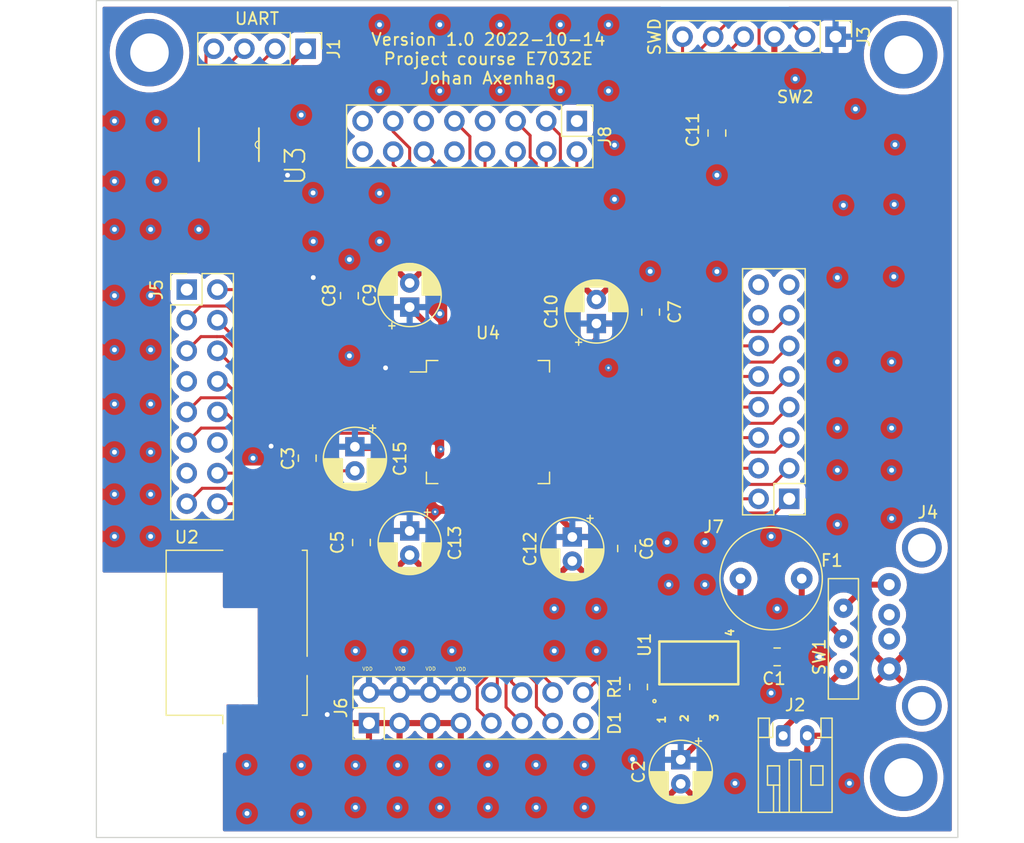
<source format=kicad_pcb>
(kicad_pcb (version 20211014) (generator pcbnew)
  (layers (0 "F.Cu" signal) (1 "In1.Cu" signal) (2 "In2.Cu" signal) (31 "B.Cu" signal) (34 "B.Paste" user) (35 "F.Paste" user) (36 "B.SilkS" user "B.Silkscreen") (37 "F.SilkS" user "F.Silkscreen") (38 "B.Mask" user) (39 "F.Mask" user) (44 "Edge.Cuts" user))
  (net 0 "")
  (net 1 "Power")
  (net 2 "GND")
  (net 3 "VDD")
  (net 4 "NRST")
  (net 5 "Net-(D1-Pad2)")
  (net 6 "Net-(J1-Pad1)")
  (net 7 "Net-(J1-Pad2)")
  (net 8 "Net-(J1-Pad3)")
  (net 9 "Net-(F1-Pad1)")
  (net 10 "SWDCLK")
  (net 11 "SWDIO")
  (net 12 "SWO")
  (net 13 "5V_USB")
  (net 17 "PC_13")
  (net 18 "PC_14")
  (net 19 "PC_15")
  (net 20 "PH_00")
  (net 21 "PH_01")
  (net 23 "PC_00")
  (net 24 "PC_01")
  (net 25 "PC_02")
  (net 26 "PC_03")
  (net 29 "PA_00")
  (net 30 "PA_01")
  (net 31 "PA_02")
  (net 32 "PA_03")
  (net 33 "PC_05")
  (net 34 "PB_00")
  (net 35 "PB_01")
  (net 36 "PB_02")
  (net 37 "PB_10")
  (net 38 "PB_11")
  (net 40 "PB_12")
  (net 41 "PB_13")
  (net 42 "PB_14")
  (net 43 "PB_15")
  (net 44 "PC_06")
  (net 45 "PC_07")
  (net 46 "PC_08")
  (net 47 "PC_09")
  (net 48 "PA_08")
  (net 49 "PA_09")
  (net 50 "PA_10")
  (net 51 "PA_11")
  (net 52 "PA_12")
  (net 57 "PA_15")
  (net 58 "PC_10")
  (net 59 "PC_11")
  (net 60 "PC_12")
  (net 61 "PD_02")
  (net 63 "PB_04")
  (net 64 "PB_05")
  (net 67 "PH_02")
  (net 68 "PB_08")
  (net 69 "PB_09")
  (net 72 "BAT_OUT")
  (net 76 "SPI1_IRQ")
  (net 77 "SPI1_CLK")
  (net 78 "SPI1_MISO")
  (net 79 "SPI1_MOSI")
  (net 80 "SPI1_CS")
  (net 81 "Net-(J1-Pad4)")
  (net 82 "TX")
  (net 83 "RX")
  (footprint "Package_QFP:LQFP-64_10x10mm_P0.5mm" (layer "F.Cu") (at 203.5 83)
    (fp_text reference "U4")
    (fp_text value "STM32L431RCT6")
  )
  (footprint "Capacitor_SMD:C_0805_2012Metric" (layer "F.Cu") (at 222.5 59 -90)
    (fp_text reference "C11")
    (fp_text value "0.1u")
  )
  (footprint "Connector_PinHeader_2.54mm:PinHeader_1x06_P2.54mm_Vertical" (layer "F.Cu") (at 232.35 51 -90)
    (fp_text reference "J3")
    (fp_text value "SWD")
  )
  (footprint "Minfot:Button" (layer "F.Cu") (at 225.25 58.025 -90)
    (fp_text reference "SW2")
    (fp_text value "SW_Push")
  )
  (footprint "Capacitor_THT:CP_Radial_D5.0mm_P2.00mm" (layer "F.Cu") (at 197 92.044888 -90)
    (fp_text reference "C13")
    (fp_text value "4.7u")
  )
  (footprint "Connector_PinHeader_2.54mm:PinHeader_2x08_P2.54mm_Vertical" (layer "F.Cu") (at 193.625 108 90)
    (fp_text reference "J6")
    (fp_text value "PIN17-PIN32")
  )
  (footprint "MountingHole:MountingHole_3.2mm_M3_DIN965_Pad" (layer "F.Cu") (at 238 112.5)
    (fp_text reference "H1" hide)
    (fp_text value "MountingHole")
  )
  (footprint "Capacitor_SMD:C_0805_2012Metric" (layer "F.Cu") (at 215 93.5 -90)
    (fp_text reference "C6")
    (fp_text value "100n")
  )
  (footprint "Minfot:LED" (layer "F.Cu") (at 216 108.5 90)
    (fp_text reference "D1")
    (fp_text value "LED")
  )
  (footprint "Capacitor_SMD:C_0805_2012Metric" (layer "F.Cu") (at 188.5 86 -90)
    (fp_text reference "C3")
    (fp_text value "10n")
  )
  (footprint "Resistor_SMD:R_0805_2012Metric" (layer "F.Cu") (at 216 105 -90)
    (fp_text reference "R1")
    (fp_text value "R_Small")
  )
  (footprint "Minfot:USBA" (layer "F.Cu") (at 236.8 96.5 -90)
    (fp_text reference "J4")
    (fp_text value "USB_A")
  )
  (footprint "bom:SOIC127P600X175-8N" (layer "F.Cu") (at 182 59.9638 -90)
    (fp_text reference "U3")
    (fp_text value "ADuM1200AR")
  )
  (footprint "Connector_PinHeader_2.54mm:PinHeader_2x08_P2.54mm_Vertical" (layer "F.Cu") (at 228.5 89.375 180)
    (fp_text reference "J7")
    (fp_text value "PIN33-PIN48")
  )
  (footprint "Capacitor_THT:CP_Radial_D5.0mm_P2.00mm" (layer "F.Cu") (at 192.455113 85.05 -90)
    (fp_text reference "C15")
    (fp_text value "1u")
  )
  (footprint "bom:SOT223" (layer "F.Cu") (at 221 103 90)
    (fp_text reference "U1")
    (fp_text value "LD1117S33CTR")
  )
  (footprint "MountingHole:MountingHole_3.2mm_M3_DIN965_Pad" (layer "F.Cu") (at 175.405761 52.324599)
    (fp_text reference "H3" hide)
    (fp_text value "MountingHole")
  )
  (footprint "RF_Module:ST_SPBTLE" (layer "F.Cu") (at 185.5 100.5 90)
    (fp_text reference "U2")
    (fp_text value "BLUENRG-M0A")
  )
  (footprint "Capacitor_THT:CP_Radial_D5.0mm_P2.00mm" (layer "F.Cu") (at 212.5 74.820452 90)
    (fp_text reference "C10")
    (fp_text value "4.7u")
  )
  (footprint "Capacitor_SMD:C_0805_2012Metric" (layer "F.Cu") (at 217 73.865339 90)
    (fp_text reference "C7")
    (fp_text value "100n")
  )
  (footprint "Connector_JST:JST_PH_S2B-PH-K_1x02_P2.00mm_Horizontal" (layer "F.Cu") (at 228 109.05)
    (fp_text reference "J2")
    (fp_text value "Battery")
  )
  (footprint "Connector_PinHeader_2.54mm:PinHeader_2x08_P2.54mm_Vertical" (layer "F.Cu") (at 210.875 58 -90)
    (fp_text reference "J8")
    (fp_text value "PIN49-PIN64")
  )
  (footprint "Capacitor_SMD:C_0805_2012Metric" (layer "F.Cu") (at 227.5 102.5)
    (fp_text reference "C1")
    (fp_text value "100n")
  )
  (footprint "Minfot:Switch" (layer "F.Cu") (at 233 103.54 90)
    (fp_text reference "SW1")
    (fp_text value "SW_DPDT_x2")
  )
  (footprint "Capacitor_SMD:C_0805_2012Metric" (layer "F.Cu") (at 192 72.5 90)
    (fp_text reference "C8")
    (fp_text value "100n")
  )
  (footprint "Connector_PinHeader_2.54mm:PinHeader_2x08_P2.54mm_Vertical" (layer "F.Cu") (at 178.5 72)
    (fp_text reference "J5")
    (fp_text value "PIN1-PIN16")
  )
  (footprint "Capacitor_THT:CP_Radial_D5.0mm_P2.00mm" (layer "F.Cu") (at 197 73.455113 90)
    (fp_text reference "C9")
    (fp_text value "4.7u")
  )
  (footprint "Capacitor_SMD:C_0805_2012Metric" (layer "F.Cu") (at 193 93 -90)
    (fp_text reference "C5")
    (fp_text value "100n")
  )
  (footprint "Capacitor_THT:CP_Radial_D5.0mm_P2.00mm" (layer "F.Cu") (at 219.5 111.044887 -90)
    (fp_text reference "C2")
    (fp_text value "10u")
  )
  (footprint "MountingHole:MountingHole_3.2mm_M3_DIN965_Pad" (layer "F.Cu") (at 238 52.5)
    (fp_text reference "H2" hide)
    (fp_text value "MountingHole")
  )
  (footprint "Connector_PinHeader_2.54mm:PinHeader_1x04_P2.54mm_Vertical" (layer "F.Cu") (at 188.365 52 -90)
    (fp_text reference "J1")
    (fp_text value "UART")
  )
  (footprint "Capacitor_THT:CP_Radial_D5.0mm_P2.00mm" (layer "F.Cu") (at 210.5 92.544888 -90)
    (fp_text reference "C12")
    (fp_text value "4.7u")
  )
  (footprint "Minfot:Fuse_Rad" (layer "F.Cu") (at 229.54 96 180)
    (fp_text reference "F1")
    (fp_text value "Fuse")
  )
  (gr_rect (start 171 48) (end 242.5 117.5) (layer "Edge.Cuts") (width 0.1) (fill none))
  (gr_text "VDD" (at 198.739726 103.489104) (layer "F.SilkS") (effects (font (size 0.3 0.3) (thickness 0.05))))
  (gr_text "VDD" (at 201.244333 103.51928) (layer "F.SilkS") (effects (font (size 0.3 0.3) (thickness 0.05))))
  (gr_text "Version 1.0 2022-10-14\nProject course E7032E\nJohan Axenhag" (at 203.536209 52.835769) (layer "F.SilkS") (effects (font (size 1 1))))
  (gr_text "VDD" (at 193.5 103.5) (layer "F.SilkS") (effects (font (size 0.3 0.3) (thickness 0.05))))
  (gr_text "VDD" (at 196.220031 103.489104) (layer "F.SilkS") (effects (font (size 0.3 0.3) (thickness 0.05))))
  (segment (start 224.46 96) (end 224.46 100.41) (width 0.5) (layer "F.Cu") (net 1))
  (segment (start 224.46 100.41) (end 226.55 102.5) (width 0.5) (layer "F.Cu") (net 1))
  (segment (start 223.3114 102.964747) (end 223.3114 106.0988) (width 0.5) (layer "F.Cu") (net 1))
  (segment (start 223.776147 102.5) (end 223.3114 102.964747) (width 0.5) (layer "F.Cu") (net 1))
  (segment (start 226.55 102.5) (end 223.776147 102.5) (width 0.5) (layer "F.Cu") (net 1))
  (segment (start 200 90.5) (end 199.157453 90.5) (width 0.25) (layer "F.Cu") (net 2))
  (segment (start 209.175 79.75) (end 210.25 79.75) (width 0.25) (layer "F.Cu") (net 2))
  (segment (start 200.25 77.325) (end 200.25 75.75) (width 0.25) (layer "F.Cu") (net 2))
  (segment (start 210.25 79.75) (end 211 79) (width 0.25) (layer "F.Cu") (net 2))
  (segment (start 200.25 90.25) (end 200 90.5) (width 0.25) (layer "F.Cu") (net 2))
  (segment (start 206.75 88.675) (end 206.75 89.75) (width 0.25) (layer "F.Cu") (net 2))
  (segment (start 197.825 84.75) (end 199.079277 84.75) (width 0.25) (layer "F.Cu") (net 2))
  (segment (start 200.25 88.675) (end 200.25 90.25) (width 0.25) (layer "F.Cu") (net 2))
  (segment (start 188.6 87.05) (end 192.455113 87.05) (width 0.25) (layer "F.Cu") (net 2))
  (segment (start 199.079277 84.75) (end 199.581451 85.252174) (width 0.25) (layer "F.Cu") (net 2))
  (segment (start 199.5 75) (end 199.5 74) (width 0.25) (layer "F.Cu") (net 2))
  (segment (start 206.75 89.75) (end 207.5 90.5) (width 0.25) (layer "F.Cu") (net 2))
  (segment (start 188.5 86.95) (end 188.6 87.05) (width 0.25) (layer "F.Cu") (net 2))
  (segment (start 199.157453 90.5) (end 199.114511 90.457058) (width 0.25) (layer "F.Cu") (net 2))
  (segment (start 200.25 75.75) (end 199.5 75) (width 0.25) (layer "F.Cu") (net 2))
  (via (at 192.5 115) (size 0.8) (drill 0.4) (layers "F.Cu" "B.Cu") (net 2))
  (via (at 213.5 55.5) (size 0.8) (drill 0.4) (layers "F.Cu" "B.Cu") (net 2))
  (via (at 194.5 50) (size 0.8) (drill 0.4) (layers "F.Cu" "B.Cu") (net 2))
  (via (at 209.5 50) (size 0.8) (drill 0.4) (layers "F.Cu" "B.Cu") (net 2))
  (via (at 237.218038 64.92732) (size 0.8) (drill 0.4) (layers "F.Cu" "B.Cu") (net 2))
  (via (at 183.5 115.5) (size 0.8) (drill 0.4) (layers "F.Cu" "B.Cu") (net 2))
  (via (at 233 65) (size 0.8) (drill 0.4) (layers "F.Cu" "B.Cu") (net 2))
  (via (at 188 111.5) (size 0.8) (drill 0.4) (layers "F.Cu" "B.Cu") (net 2))
  (via (at 175.5 92.5) (size 0.8) (drill 0.4) (layers "F.Cu" "B.Cu") (net 2))
  (via (at 232.5 87) (size 0.8) (drill 0.4) (layers "F.Cu" "B.Cu") (net 2))
  (via (at 172.5 58) (size 0.8) (drill 0.4) (layers "F.Cu" "B.Cu") (net 2))
  (via (at 172.498351 76.998351) (size 0.8) (drill 0.4) (layers "F.Cu" "B.Cu") (net 2))
  (via (at 237 87) (size 0.8) (drill 0.4) (layers "F.Cu" "B.Cu") (net 2))
  (via (at 211.5 111.5) (size 0.8) (drill 0.4) (layers "F.Cu" "B.Cu") (net 2))
  (via (at 211.5 115) (size 0.8) (drill 0.4) (layers "F.Cu" "B.Cu") (net 2))
  (via (at 188 115.5) (size 0.8) (drill 0.4) (layers "F.Cu" "B.Cu") (net 2))
  (via (at 188.985122 63.966294) (size 0.8) (drill 0.4) (layers "F.Cu" "B.Cu") (net 2))
  (via (at 196.5 102) (size 0.8) (drill 0.4) (layers "F.Cu" "B.Cu") (net 2))
  (via (at 199.5 55.5) (size 0.8) (drill 0.4) (layers "F.Cu" "B.Cu") (net 2))
  (via (at 212.5 98.5) (size 0.8) (drill 0.4) (layers "F.Cu" "B.Cu") (net 2))
  (via (at 199.114511 90.457058) (size 0.6) (drill 0.2) (layers "F.Cu" "B.Cu") (net 2))
  (via (at 175.5 67) (size 0.8) (drill 0.4) (layers "F.Cu" "B.Cu") (net 2))
  (via (at 214 64.5) (size 0.8) (drill 0.4) (layers "F.Cu" "B.Cu") (net 2))
  (via (at 194.5 64) (size 0.8) (drill 0.4) (layers "F.Cu" "B.Cu") (net 2))
  (via (at 199.5 74) (size 0.8) (drill 0.4) (layers "F.Cu" "B.Cu") (net 2))
  (via (at 199.5 50) (size 0.8) (drill 0.4) (layers "F.Cu" "B.Cu") (net 2))
  (via (at 237 78) (size 0.8) (drill 0.4) (layers "F.Cu" "B.Cu") (net 2))
  (via (at 233.5 113) (size 0.8) (drill 0.4) (layers "F.Cu" "B.Cu") (net 2))
  (via (at 237 83.5) (size 0.8) (drill 0.4) (layers "F.Cu" "B.Cu") (net 2))
  (via (at 172.5 81.5) (size 0.8) (drill 0.4) (layers "F.Cu" "B.Cu") (net 2))
  (via (at 172.5 92.5) (size 0.8) (drill 0.4) (layers "F.Cu" "B.Cu") (net 2))
  (via (at 172.5 85.5) (size 0.8) (drill 0.4) (layers "F.Cu" "B.Cu") (net 2))
  (via (at 218.367994 92.990247) (size 0.8) (drill 0.4) (layers "F.Cu" "B.Cu") (net 2))
  (via (at 203.5 115) (size 0.8) (drill 0.4) (layers "F.Cu" "B.Cu") (net 2))
  (via (at 200.5 102) (size 0.8) (drill 0.4) (layers "F.Cu" "B.Cu") (net 2))
  (via (at 204.5 50) (size 0.8) (drill 0.4) (layers "F.Cu" "B.Cu") (net 2))
  (via (at 192.5 102) (size 0.8) (drill 0.4) (layers "F.Cu" "B.Cu") (net 2))
  (via (at 199.5 115) (size 0.8) (drill 0.4) (layers "F.Cu" "B.Cu") (net 2))
  (via (at 192.5 111.5) (size 0.8) (drill 0.4) (layers "F.Cu" "B.Cu") (net 2))
  (via (at 232.5 91.5) (size 0.8) (drill 0.4) (layers "F.Cu" "B.Cu") (net 2))
  (via (at 183.460439 111.46456) (size 0.8) (drill 0.4) (layers "F.Cu" "B.Cu") (net 2))
  (via (at 188 57.5) (size 0.8) (drill 0.4) (layers "F.Cu" "B.Cu") (net 2))
  (via (at 218.5 96.5) (size 0.8) (drill 0.4) (layers "F.Cu" "B.Cu") (net 2))
  (via (at 227 92.5) (size 0.8) (drill 0.4) (layers "F.Cu" "B.Cu") (net 2))
  (via (at 204.5 55.5) (size 0.8) (drill 0.4) (layers "F.Cu" "B.Cu") (net 2))
  (via (at 232.5 71) (size 0.8) (drill 0.4) (layers "F.Cu" "B.Cu") (net 2))
  (via (at 175.5 89) (size 0.8) (drill 0.4) (layers "F.Cu" "B.Cu") (net 2))
  (via (at 172.5 72.5) (size 0.8) (drill 0.4) (layers "F.Cu" "B.Cu") (net 2))
  (via (at 232.5 83.5) (size 0.8) (drill 0.4) (layers "F.Cu" "B.Cu") (net 2))
  (via (at 232.5 78) (size 0.8) (drill 0.4) (layers "F.Cu" "B.Cu") (net 2))
  (via (at 237.279986 59.962343) (size 0.8) (drill 0.4) (layers "F.Cu" "B.Cu") (net 2))
  (via (at 224 113) (size 0.8) (drill 0.4) (layers "F.Cu" "B.Cu") (net 2))
  (via (at 221.5 96.5) (size 0.8) (drill 0.4) (layers "F.Cu" "B.Cu") (net 2))
  (via (at 172.5 89) (size 0.8) (drill 0.4) (layers "F.Cu" "B.Cu") (net 2))
  (via (at 196 115) (size 0.8) (drill 0.4) (layers "F.Cu" "B.Cu") (net 2))
  (via (at 214 60) (size 0.8) (drill 0.4) (layers "F.Cu" "B.Cu") (net 2))
  (via (at 227 105.5) (size 0.8) (drill 0.4) (layers "F.Cu" "B.Cu") (net 2))
  (via (at 175.987362 57.983241) (size 0.8) (drill 0.4) (layers "F.Cu" "B.Cu") (net 2))
  (via (at 229 54.5) (size 0.8) (drill 0.4) (layers "F.Cu" "B.Cu") (net 2))
  (via (at 189 68) (size 0.8) (drill 0.4) (layers "F.Cu" "B.Cu") (net 2))
  (via (at 221.5 93) (size 0.8) (drill 0.4) (layers "F.Cu" "B.Cu") (net 2))
  (via (at 209 98.5) (size 0.8) (drill 0.4) (layers "F.Cu" "B.Cu") (net 2))
  (via (at 192 69.5) (size 0.8) (drill 0.4) (layers "F.Cu" "B.Cu") (net 2))
  (via (at 184 86) (size 0.8) (drill 0.4) (layers "F.Cu" "B.Cu") (net 2))
  (via (at 212.5 102) (size 0.8) (drill 0.4) (layers "F.Cu" "B.Cu") (net 2))
  (via (at 213.5 78.5) (size 0.6) (drill 0.2) (layers "F.Cu" "B.Cu") (net 2))
  (via (at 222.5 62.5) (size 0.8) (drill 0.4) (layers "F.Cu" "B.Cu") (net 2))
  (via (at 199.581451 85.252174) (size 0.6) (drill 0.2) (layers "F.Cu" "B.Cu") (net 2))
  (via (at 203.5 111.5) (size 0.8) (drill 0.4) (layers "F.Cu" "B.Cu") (net 2))
  (via (at 196 111.5) (size 0.8) (drill 0.4) (layers "F.Cu" "B.Cu") (net 2))
  (via (at 227.5 98.5) (size 0.8) (drill 0.4) (layers "F.Cu" "B.Cu") (net 2))
  (via (at 237 91) (size 0.8) (drill 0.4) (layers "F.Cu" "B.Cu") (net 2))
  (via (at 207.5 115) (size 0.8) (drill 0.4) (layers "F.Cu" "B.Cu") (net 2))
  (via (at 213.5 50) (size 0.8) (drill 0.4) (layers "F.Cu" "B.Cu") (net 2))
  (via (at 175.5 81.5) (size 0.8) (drill 0.4) (layers "F.Cu" "B.Cu") (net 2))
  (via (at 237.181698 70.923369) (size 0.8) (drill 0.4) (layers "F.Cu" "B.Cu") (net 2))
  (via (at 172.5 67) (size 0.8) (drill 0.4) (layers "F.Cu" "B.Cu") (net 2))
  (via (at 192 77.5) (size 0.8) (drill 0.4) (layers "F.Cu" "B.Cu") (net 2))
  (via (at 175.5 72.5) (size 0.8) (drill 0.4) (layers "F.Cu" "B.Cu") (net 2))
  (via (at 231 102.5) (size 0.8) (drill 0.4) (layers "F.Cu" "B.Cu") (net 2))
  (via (at 172.5 63) (size 0.8) (drill 0.4) (layers "F.Cu" "B.Cu") (net 2))
  (via (at 176 63) (size 0.8) (drill 0.4) (layers "F.Cu" "B.Cu") (net 2))
  (via (at 216.963873 70.488736) (size 0.8) (drill 0.4) (layers "F.Cu" "B.Cu") (net 2))
  (via (at 222.5 70.5) (size 0.8) (drill 0.4) (layers "F.Cu" "B.Cu") (net 2))
  (via (at 209 102) (size 0.8) (drill 0.4) (layers "F.Cu" "B.Cu") (net 2))
  (via (at 194.5 68) (size 0.8) (drill 0.4) (layers "F.Cu" "B.Cu") (net 2))
  (via (at 215.5 111) (size 0.8) (drill 0.4) (layers "F.Cu" "B.Cu") (net 2))
  (via (at 194.5 55.5) (size 0.8) (drill 0.4) (layers "F.Cu" "B.Cu") (net 2))
  (via (at 179.5 67) (size 0.8) (drill 0.4) (layers "F.Cu" "B.Cu") (net 2))
  (via (at 209.5 55.5) (size 0.8) (drill 0.4) (layers "F.Cu" "B.Cu") (net 2))
  (via (at 199.5 111.5) (size 0.8) (drill 0.4) (layers "F.Cu" "B.Cu") (net 2))
  (via (at 207.48228 111.46456) (size 0.8) (drill 0.4) (layers "F.Cu" "B.Cu") (net 2))
  (via (at 234 57) (size 0.8) (drill 0.4) (layers "F.Cu" "B.Cu") (net 2))
  (via (at 175.5 85.5) (size 0.8) (drill 0.4) (layers "F.Cu" "B.Cu") (net 2))
  (via (at 175.5 77) (size 0.8) (drill 0.4) (layers "F.Cu" "B.Cu") (net 2))
  (segment (start 190 73.5) (end 191.95 73.5) (width 0.5) (layer "F.Cu") (net 3))
  (segment (start 212.5 74.820452) (end 212.5 76.120452) (width 0.5) (layer "F.Cu") (net 3))
  (segment (start 210.5 92.544888) (end 210.5 92) (width 0.5) (layer "F.Cu") (net 3))
  (segment (start 197.825 85.25) (end 192.655113 85.25) (width 0.3) (layer "F.Cu") (net 3))
  (segment (start 219.5 111.044887) (end 221 109.544887) (width 0.5) (layer "F.Cu") (net 3))
  (segment (start 195 78.5) (end 195.75 79.25) (width 0.3) (layer "F.Cu") (net 3))
  (segment (start 221 103) (end 217.0875 103) (width 0.5) (layer "F.Cu") (net 3))
  (segment (start 188.5 85.05) (end 185.55 85.05) (width 0.5) (layer "F.Cu") (net 3))
  (segment (start 217.0875 103) (end 216 104.0875) (width 0.5) (layer "F.Cu") (net 3))
  (segment (start 192.655113 85.25) (end 192.455113 85.05) (width 0.3) (layer "F.Cu") (net 3))
  (segment (start 221 109.544887) (end 221 106.0988) (width 0.5) (layer "F.Cu") (net 3))
  (segment (start 188.5 85.05) (end 192.455113 85.05) (width 0.5) (layer "F.Cu") (net 3))
  (segment (start 191.95 73.5) (end 192 73.45) (width 0.5) (layer "F.Cu") (net 3))
  (segment (start 183.905 62.4276) (end 186.7926 62.4276) (width 0.5) (layer "F.Cu") (net 3))
  (segment (start 209.470452 79.15) (end 209.175 79.15) (width 0.5) (layer "F.Cu") (net 3))
  (segment (start 210.5 92.544888) (end 214.994888 92.544888) (width 0.5) (layer "F.Cu") (net 3))
  (segment (start 214.994888 92.544888) (end 215 92.55) (width 0.5) (layer "F.Cu") (net 3))
  (segment (start 192 73.45) (end 192.005113 73.455113) (width 0.5) (layer "F.Cu") (net 3))
  (segment (start 199.126864 92.044888) (end 197 92.044888) (width 0.3) (layer "F.Cu") (net 3))
  (segment (start 221 106.0988) (end 221 103) (width 0.5) (layer "F.Cu") (net 3))
  (segment (start 187.39 107.25) (end 190.117884 107.25) (width 0.5) (layer "F.Cu") (net 3))
  (segment (start 212.5 74.820452) (end 216.994887 74.820452) (width 0.5) (layer "F.Cu") (net 3))
  (segment (start 216.994887 74.820452) (end 217 74.815339) (width 0.5) (layer "F.Cu") (net 3))
  (segment (start 186.7926 62.4276) (end 186.865 62.5) (width 0.5) (layer "F.Cu") (net 3))
  (segment (start 200.75 90.421752) (end 199.126864 92.044888) (width 0.3) (layer "F.Cu") (net 3))
  (segment (start 189 71) (end 189 72.5) (width 0.5) (layer "F.Cu") (net 3))
  (segment (start 192.005113 73.455113) (end 197 73.455113) (width 0.5) (layer "F.Cu") (net 3))
  (segment (start 199.65 76.105113) (end 199.65 77.325) (width 0.5) (layer "F.Cu") (net 3))
  (segment (start 190.117884 107.25) (end 190.15754 107.289656) (width 0.5) (layer "F.Cu") (net 3))
  (segment (start 185.55 85.05) (end 185.5 85) (width 0.5) (layer "F.Cu") (net 3))
  (segment (start 212.5 76.120452) (end 209.470452 79.15) (width 0.5) (layer "F.Cu") (net 3))
  (segment (start 189 72.5) (end 190 73.5) (width 0.5) (layer "F.Cu") (net 3))
  (segment (start 195.75 79.25) (end 197.825 79.25) (width 0.3) (layer "F.Cu") (net 3))
  (segment (start 193 92.05) (end 196.994888 92.05) (width 0.5) (layer "F.Cu") (net 3))
  (segment (start 197 73.455113) (end 199.65 76.105113) (width 0.5) (layer "F.Cu") (net 3))
  (segment (start 196.994888 92.05) (end 197 92.044888) (width 0.5) (layer "F.Cu") (net 3))
  (segment (start 200.75 88.675) (end 200.75 90.421752) (width 0.3) (layer "F.Cu") (net 3))
  (segment (start 207.35 88.85) (end 207.35 88.675) (width 0.5) (layer "F.Cu") (net 3))
  (segment (start 210.5 92) (end 207.35 88.85) (width 0.5) (layer "F.Cu") (net 3))
  (via (at 190.15754 107.289656) (size 0.8) (drill 0.4) (layers "F.Cu" "B.Cu") (net 3))
  (via (at 189 71) (size 0.8) (drill 0.4) (layers "F.Cu" "B.Cu") (net 3))
  (via (at 186.865 62.5) (size 0.8) (drill 0.4) (layers "F.Cu" "B.Cu") (net 3))
  (via (at 195 78.5) (size 0.8) (drill 0.4) (layers "F.Cu" "B.Cu") (net 3))
  (via (at 185.5 85) (size 0.8) (drill 0.4) (layers "F.Cu" "B.Cu") (net 3))
  (segment (start 217.95 56.05) (end 217.95 56.1) (width 0.25) (layer "F.Cu") (net 4))
  (segment (start 225.25 58.025) (end 226 57.275) (width 0.25) (layer "F.Cu") (net 4))
  (segment (start 225.25 58.025) (end 222.525 58.025) (width 0.25) (layer "F.Cu") (net 4))
  (segment (start 219.05 57.8) (end 219.05 57.85) (width 0.25) (layer "F.Cu") (net 4))
  (segment (start 222.525 58.025) (end 222.5 58.05) (width 0.25) (layer "F.Cu") (net 4))
  (segment (start 192 90) (end 191.5 90.5) (width 0.25) (layer "F.Cu") (net 4))
  (segment (start 226 50) (end 225.5 49.5) (width 0.25) (layer "F.Cu") (net 4))
  (segment (start 219.05 59) (end 219.05 59.05) (width 0.25) (layer "F.Cu") (net 4))
  (segment (start 223.69 49.5) (end 222.19 51) (width 0.25) (layer "F.Cu") (net 4))
  (segment (start 218.5 59.65) (end 218.5 66.5) (width 0.25) (layer "F.Cu") (net 4))
  (segment (start 200.5 86) (end 200.5 84.084315) (width 0.25) (layer "F.Cu") (net 4))
  (segment (start 218.5 54.69) (end 218.5 55.5) (width 0.25) (layer "F.Cu") (net 4))
  (segment (start 212.5 69.5) (end 208.5 73.5) (width 0.25) (layer "F.Cu") (net 4))
  (segment (start 208.5 73.5) (end 208.5 78.136396) (width 0.25) (layer "F.Cu") (net 4))
  (segment (start 208.5 78.136396) (end 204.386396 82.25) (width 0.25) (layer "F.Cu") (net 4))
  (segment (start 226 57.275) (end 226 50) (width 0.25) (layer "F.Cu") (net 4))
  (segment (start 222.19 51) (end 218.5 54.69) (width 0.25) (layer "F.Cu") (net 4))
  (segment (start 219.05 56.65) (end 219.05 56.7) (width 0.25) (layer "F.Cu") (net 4))
  (segment (start 196.5 90) (end 200.5 86) (width 0.25) (layer "F.Cu") (net 4))
  (segment (start 182.31 92.19) (end 182.31 93.75) (width 0.25) (layer "F.Cu") (net 4))
  (segment (start 218.5 58.4) (end 218.5 58.45) (width 0.25) (layer "F.Cu") (net 4))
  (segment (start 200.5 84.084315) (end 198.665685 82.25) (width 0.25) (layer "F.Cu") (net 4))
  (segment (start 215.5 69.5) (end 212.5 69.5) (width 0.25) (layer "F.Cu") (net 4))
  (segment (start 218.225 56.375) (end 218.5 56.375) (width 0.25) (layer "F.Cu") (net 4))
  (segment (start 192 90) (end 196.5 90) (width 0.25) (layer "F.Cu") (net 4))
  (segment (start 198.665685 82.25) (end 197.825 82.25) (width 0.25) (layer "F.Cu") (net 4))
  (segment (start 218.5 66.5) (end 215.5 69.5) (width 0.25) (layer "F.Cu") (net 4))
  (segment (start 184 90.5) (end 182.31 92.19) (width 0.25) (layer "F.Cu") (net 4))
  (segment (start 218.5 59.6) (end 218.5 59.65) (width 0.25) (layer "F.Cu") (net 4))
  (segment (start 204.386396 82.25) (end 197.825 82.25) (width 0.25) (layer "F.Cu") (net 4))
  (segment (start 191.5 90.5) (end 184 90.5) (width 0.25) (layer "F.Cu") (net 4))
  (segment (start 225.5 49.5) (end 223.69 49.5) (width 0.25) (layer "F.Cu") (net 4))
  (segment (start 218.5 56.375) (end 218.775 56.375) (width 0.25) (layer "F.Cu") (net 4))
  (arc (start 218.5 58.45) (mid 218.580546 58.644454) (end 218.775 58.725) (width 0.25) (layer "F.Cu") (net 4))
  (arc (start 218.225 55.775) (mid 218.030546 55.855546) (end 217.95 56.05) (width 0.25) (layer "F.Cu") (net 4))
  (arc (start 218.775 56.375) (mid 218.969454 56.455546) (end 219.05 56.65) (width 0.25) (layer "F.Cu") (net 4))
  (arc (start 218.775 57.525) (mid 218.969454 57.605546) (end 219.05 57.8) (width 0.25) (layer "F.Cu") (net 4))
  (arc (start 218.775 56.975) (mid 218.580546 57.055546) (end 218.5 57.25) (width 0.25) (layer "F.Cu") (net 4))
  (arc (start 218.5 57.25) (mid 218.580546 57.444454) (end 218.775 57.525) (width 0.25) (layer "F.Cu") (net 4))
  (arc (start 219.05 59.05) (mid 218.969454 59.244454) (end 218.775 59.325) (width 0.25) (layer "F.Cu") (net 4))
  (arc (start 218.775 58.125) (mid 218.580546 58.205546) (end 218.5 58.4) (width 0.25) (layer "F.Cu") (net 4))
  (arc (start 217.95 56.1) (mid 218.030546 56.294454) (end 218.225 56.375) (width 0.25) (layer "F.Cu") (net 4))
  (arc (start 219.05 57.85) (mid 218.969454 58.044454) (end 218.775 58.125) (width 0.25) (layer "F.Cu") (net 4))
  (arc (start 218.5 55.5) (mid 218.419454 55.694454) (end 218.225 55.775) (width 0.25) (layer "F.Cu") (net 4))
  (arc (start 219.05 56.7) (mid 218.969454 56.894454) (end 218.775 56.975) (width 0.25) (layer "F.Cu") (net 4))
  (arc (start 218.775 59.325) (mid 218.580546 59.405546) (end 218.5 59.6) (width 0.25) (layer "F.Cu") (net 4))
  (arc (start 218.775 58.725) (mid 218.969454 58.805546) (end 219.05 59) (width 0.25) (layer "F.Cu") (net 4))
  (segment (start 216 105.9125) (end 216 107.6) (width 0.25) (layer "F.Cu") (net 5))
  (segment (start 188.365 52) (end 183.905 56.46) (width 0.5) (layer "F.Cu") (net 6))
  (segment (start 183.905 56.46) (end 183.905 57.5) (width 0.5) (layer "F.Cu") (net 6))
  (segment (start 185.825 52) (end 182.635 55.19) (width 0.25) (layer "F.Cu") (net 7))
  (segment (start 182.635 55.19) (end 182.635 57.5) (width 0.25) (layer "F.Cu") (net 7))
  (segment (start 183.285 52) (end 181.365 53.92) (width 0.25) (layer "F.Cu") (net 8))
  (segment (start 181.365 53.92) (end 181.365 57.5) (width 0.25) (layer "F.Cu") (net 8))
  (segment (start 233 101) (end 229.54 97.54) (width 0.5) (layer "F.Cu") (net 9))
  (segment (start 229.54 97.54) (end 229.54 96) (width 0.5) (layer "F.Cu") (net 9))
  (segment (start 216.2 52.8) (end 215.828805 52.8) (width 0.25) (layer "F.Cu") (net 10))
  (segment (start 216.5 54.624387) (end 216.5 66) (width 0.25) (layer "F.Cu") (net 10))
  (segment (start 216.5 66) (end 214.5 68) (width 0.25) (layer "F.Cu") (net 10))
  (segment (start 227.81 49) (end 218.5 49) (width 0.25) (layer "F.Cu") (net 10))
  (segment (start 229.81 51) (end 227.81 49) (width 0.25) (layer "F.Cu") (net 10))
  (segment (start 216.5 51) (end 216.5 52.5) (width 0.25) (layer "F.Cu") (net 10))
  (segment (start 216.5 54.3) (end 216.5 54.624387) (width 0.25) (layer "F.Cu") (net 10))
  (segment (start 207.25 72.75) (end 207.25 77.325) (width 0.25) (layer "F.Cu") (net 10))
  (segment (start 218.5 49) (end 216.5 51) (width 0.25) (layer "F.Cu") (net 10))
  (segment (start 215.828805 53.4) (end 216.2 53.4) (width 0.25) (layer "F.Cu") (net 10))
  (segment (start 212 68) (end 207.25 72.75) (width 0.25) (layer "F.Cu") (net 10))
  (segment (start 216.2 53.4) (end 217.171195 53.4) (width 0.25) (layer "F.Cu") (net 10))
  (segment (start 214.5 68) (end 212 68) (width 0.25) (layer "F.Cu") (net 10))
  (segment (start 217.171195 54) (end 216.8 54) (width 0.25) (layer "F.Cu") (net 10))
  (arc (start 215.528805 53.1) (mid 215.616673 53.312132) (end 215.828805 53.4) (width 0.25) (layer "F.Cu") (net 10))
  (arc (start 216.5 52.5) (mid 216.412132 52.712132) (end 216.2 52.8) (width 0.25) (layer "F.Cu") (net 10))
  (arc (start 217.471195 53.7) (mid 217.383327 53.912132) (end 217.171195 54) (width 0.25) (layer "F.Cu") (net 10))
  (arc (start 215.828805 52.8) (mid 215.616673 52.887868) (end 215.528805 53.1) (width 0.25) (layer "F.Cu") (net 10))
  (arc (start 216.8 54) (mid 216.587868 54.087868) (end 216.5 54.3) (width 0.25) (layer "F.Cu") (net 10))
  (arc (start 217.171195 53.4) (mid 217.383327 53.487868) (end 217.471195 53.7) (width 0.25) (layer "F.Cu") (net 10))
  (segment (start 224.73 51) (end 219.5 56.23) (width 0.25) (layer "F.Cu") (net 11))
  (segment (start 219.254696 64.825) (end 219.5 64.825) (width 0.25) (layer "F.Cu") (net 11))
  (segment (start 220.195304 61.675) (end 219.725 61.675) (width 0.25) (layer "F.Cu") (net 11))
  (segment (start 219.254696 63.925) (end 219.5 63.925) (width 0.25) (layer "F.Cu") (net 11))
  (segment (start 219.254696 62.125) (end 219.5 62.125) (width 0.25) (layer "F.Cu") (net 11))
  (segment (start 219.5 62.125) (end 220.195304 62.125) (width 0.25) (layer "F.Cu") (net 11))
  (segment (start 219.5 64.825) (end 220.195304 64.825) (width 0.25) (layer "F.Cu") (net 11))
  (segment (start 219.5 56.23) (end 219.5 61) (width 0.25) (layer "F.Cu") (net 11))
  (segment (start 220.195304 63.475) (end 219.5 63.475) (width 0.25) (layer "F.Cu") (net 11))
  (segment (start 219.5 64.375) (end 219.254696 64.375) (width 0.25) (layer "F.Cu") (net 11))
  (segment (start 220.195304 65.275) (end 219.725 65.275) (width 0.25) (layer "F.Cu") (net 11))
  (segment (start 214.25 80.25) (end 209.175 80.25) (width 0.25) (layer "F.Cu") (net 11))
  (segment (start 219.5 63.025) (end 220.195304 63.025) (width 0.25) (layer "F.Cu") (net 11))
  (segment (start 219.5 65.5) (end 219.5 67.578503) (width 0.25) (layer "F.Cu") (net 11))
  (segment (start 219.5 63.925) (end 220.195304 63.925) (width 0.25) (layer "F.Cu") (net 11))
  (segment (start 219.5 62.575) (end 219.254696 62.575) (width 0.25) (layer "F.Cu") (net 11))
  (segment (start 219.254696 63.025) (end 219.5 63.025) (width 0.25) (layer "F.Cu") (net 11))
  (segment (start 219.5 75) (end 214.25 80.25) (width 0.25) (layer "F.Cu") (net 11))
  (segment (start 219.5 67.578503) (end 219.5 75) (width 0.25) (layer "F.Cu") (net 11))
  (segment (start 219.5 63.475) (end 219.254696 63.475) (width 0.25) (layer "F.Cu") (net 11))
  (segment (start 220.195304 62.575) (end 219.5 62.575) (width 0.25) (layer "F.Cu") (net 11))
  (segment (start 219.725 61.675) (end 219.254696 61.675) (width 0.25) (layer "F.Cu") (net 11))
  (segment (start 219.775 61.225) (end 220.195304 61.225) (width 0.25) (layer "F.Cu") (net 11))
  (segment (start 220.195304 64.375) (end 219.5 64.375) (width 0.25) (layer "F.Cu") (net 11))
  (segment (start 219.725 61.225) (end 219.775 61.225) (width 0.25) (layer "F.Cu") (net 11))
  (arc (start 219.029696 62.8) (mid 219.095597 62.959099) (end 219.254696 63.025) (width 0.25) (layer "F.Cu") (net 11))
  (arc (start 219.254696 64.375) (mid 219.095597 64.440901) (end 219.029696 64.6) (width 0.25) (layer "F.Cu") (net 11))
  (arc (start 219.254696 61.675) (mid 219.095597 61.740901) (end 219.029696 61.9) (width 0.25) (layer "F.Cu") (net 11))
  (arc (start 219.029696 63.7) (mid 219.095597 63.859099) (end 219.254696 63.925) (width 0.25) (layer "F.Cu") (net 11))
  (arc (start 220.420304 64.15) (mid 220.354403 64.309099) (end 220.195304 64.375) (width 0.25) (layer "F.Cu") (net 11))
  (arc (start 220.420304 63.25) (mid 220.354403 63.409099) (end 220.195304 63.475) (width 0.25) (layer "F.Cu") (net 11))
  (arc (start 219.029696 61.9) (mid 219.095597 62.059099) (end 219.254696 62.125) (width 0.25) (layer "F.Cu") (net 11))
  (arc (start 219.254696 63.475) (mid 219.095597 63.540901) (end 219.029696 63.7) (width 0.25) (layer "F.Cu") (net 11))
  (arc (start 219.029696 64.6) (mid 219.095597 64.759099) (end 219.254696 64.825) (width 0.25) (layer "F.Cu") (net 11))
  (arc (start 220.195304 61.225) (mid 220.354403 61.290901) (end 220.420304 61.45) (width 0.25) (layer "F.Cu") (net 11))
  (arc (start 220.420304 61.45) (mid 220.354403 61.609099) (end 220.195304 61.675) (width 0.25) (layer "F.Cu") (net 11))
  (arc (start 220.195304 62.125) (mid 220.354403 62.190901) (end 220.420304 62.35) (width 0.25) (layer "F.Cu") (net 11))
  (arc (start 220.195304 63.925) (mid 220.354403 63.990901) (end 220.420304 64.15) (width 0.25) (layer "F.Cu") (net 11))
  (arc (start 219.254696 62.575) (mid 219.095597 62.640901) (end 219.029696 62.8) (width 0.25) (layer "F.Cu") (net 11))
  (arc (start 219.5 61) (mid 219.565901 61.159099) (end 219.725 61.225) (width 0.25) (layer "F.Cu") (net 11))
  (arc (start 219.725 65.275) (mid 219.565901 65.340901) (end 219.5 65.5) (width 0.25) (layer "F.Cu") (net 11))
  (arc (start 220.195304 63.025) (mid 220.354403 63.090901) (end 220.420304 63.25) (width 0.25) (layer "F.Cu") (net 11))
  (arc (start 220.420304 62.35) (mid 220.354403 62.509099) (end 220.195304 62.575) (width 0.25) (layer "F.Cu") (net 11))
  (arc (start 220.195304 64.825) (mid 220.354403 64.890901) (end 220.420304 65.05) (width 0.25) (layer "F.Cu") (net 11))
  (arc (start 220.420304 65.05) (mid 220.354403 65.209099) (end 220.195304 65.275) (width 0.25) (layer "F.Cu") (net 11))
  (segment (start 217.5 61.25) (end 217.204466 61.25) (width 0.25) (layer "F.Cu") (net 12))
  (segment (start 206.5 79.5) (end 205 79.5) (width 0.25) (layer "F.Cu") (net 12))
  (segment (start 217.5 60.25) (end 217.204466 60.25) (width 0.25) (layer "F.Cu") (net 12))
  (segment (start 217.5 65.505844) (end 217.5 66) (width 0.25) (layer "F.Cu") (net 12))
  (segment (start 217.204466 57.75) (end 217.5 57.75) (width 0.25) (layer "F.Cu") (net 12))
  (segment (start 204.25 78.75) (end 204.25 77.325) (width 0.25) (layer "F.Cu") (net 12))
  (segment (start 217.5 66) (end 215 68.5) (width 0.25) (layer "F.Cu") (net 12))
  (segment (start 217.204466 58.75) (end 217.5 58.75) (width 0.25) (layer "F.Cu") (net 12))
  (segment (start 217.204466 59.75) (end 217.5 59.75) (width 0.25) (layer "F.Cu") (net 12))
  (segment (start 217.795534 62.25) (end 217.5 62.25) (width 0.25) (layer "F.Cu") (net 12))
  (segment (start 217.5 60.75) (end 217.795534 60.75) (width 0.25) (layer "F.Cu") (net 12))
  (segment (start 217.795534 59.25) (end 217.5 59.25) (width 0.25) (layer "F.Cu") (net 12))
  (segment (start 217.795534 57.25) (end 217.75 57.25) (width 0.25) (layer "F.Cu") (net 12))
  (segment (start 212.5 68.5) (end 208 73) (width 0.25) (layer "F.Cu") (net 12))
  (segment (start 217.5 62.25) (end 217.204466 62.25) (width 0.25) (layer "F.Cu") (net 12))
  (segment (start 217.5 58.75) (end 217.795534 58.75) (width 0.25) (layer "F.Cu") (net 12))
  (segment (start 208 73) (end 208 78) (width 0.25) (layer "F.Cu") (net 12))
  (segment (start 208 78) (end 206.5 79.5) (width 0.25) (layer "F.Cu") (net 12))
  (segment (start 217.204466 62.75) (end 217.25 62.75) (width 0.25) (layer "F.Cu") (net 12))
  (segment (start 217.795534 58.25) (end 217.5 58.25) (width 0.25) (layer "F.Cu") (net 12))
  (segment (start 217.204466 61.75) (end 217.5 61.75) (width 0.25) (layer "F.Cu") (net 12))
  (segment (start 219.65 52.35) (end 217.5 54.5) (width 0.25) (layer "F.Cu") (net 12))
  (segment (start 205 79.5) (end 204.25 78.75) (width 0.25) (layer "F.Cu") (net 12))
  (segment (start 217.795534 61.25) (end 217.5 61.25) (width 0.25) (layer "F.Cu") (net 12))
  (segment (start 217.5 61.75) (end 217.795534 61.75) (width 0.25) (layer "F.Cu") (net 12))
  (segment (start 217.5 59.75) (end 217.795534 59.75) (width 0.25) (layer "F.Cu") (net 12))
  (segment (start 217.5 63) (end 217.5 65.505844) (width 0.25) (layer "F.Cu") (net 12))
  (segment (start 217.204466 60.75) (end 217.5 60.75) (width 0.25) (layer "F.Cu") (net 12))
  (segment (start 219.65 51) (end 219.65 52.35) (width 0.25) (layer "F.Cu") (net 12))
  (segment (start 217.795534 60.25) (end 217.5 60.25) (width 0.25) (layer "F.Cu") (net 12))
  (segment (start 217.5 59.25) (end 217.204466 59.25) (width 0.25) (layer "F.Cu") (net 12))
  (segment (start 217.75 56.75) (end 217.795534 56.75) (width 0.25) (layer "F.Cu") (net 12))
  (segment (start 217.5 54.5) (end 217.5 56.5) (width 0.25) (layer "F.Cu") (net 12))
  (segment (start 217.5 57.75) (end 217.795534 57.75) (width 0.25) (layer "F.Cu") (net 12))
  (segment (start 217.75 57.25) (end 217.204466 57.25) (width 0.25) (layer "F.Cu") (net 12))
  (segment (start 217.5 58.25) (end 217.204466 58.25) (width 0.25) (layer "F.Cu") (net 12))
  (segment (start 215 68.5) (end 212.5 68.5) (width 0.25) (layer "F.Cu") (net 12))
  (arc (start 217.5 56.5) (mid 217.573223 56.676777) (end 217.75 56.75) (width 0.25) (layer "F.Cu") (net 12))
  (arc (start 218.045534 57) (mid 217.972311 57.176777) (end 217.795534 57.25) (width 0.25) (layer "F.Cu") (net 12))
  (arc (start 218.045534 59) (mid 217.972311 59.176777) (end 217.795534 59.25) (width 0.25) (layer "F.Cu") (net 12))
  (arc (start 217.204466 59.25) (mid 217.027689 59.323223) (end 216.954466 59.5) (width 0.25) (layer "F.Cu") (net 12))
  (arc (start 217.795534 60.75) (mid 217.972311 60.823223) (end 218.045534 61) (width 0.25) (layer "F.Cu") (net 12))
  (arc (start 217.795534 59.75) (mid 217.972311 59.823223) (end 218.045534 60) (width 0.25) (layer "F.Cu") (net 12))
  (arc (start 217.204466 61.25) (mid 217.027689 61.323223) (end 216.954466 61.5) (width 0.25) (layer "F.Cu") (net 12))
  (arc (start 217.795534 61.75) (mid 217.972311 61.823223) (end 218.045534 62) (width 0.25) (layer "F.Cu") (net 12))
  (arc (start 216.954466 62.5) (mid 217.027689 62.676777) (end 217.204466 62.75) (width 0.25) (layer "F.Cu") (net 12))
  (arc (start 217.795534 58.75) (mid 217.972311 58.823223) (end 218.045534 59) (width 0.25) (layer "F.Cu") (net 12))
  (arc (start 217.795534 56.75) (mid 217.972311 56.823223) (end 218.045534 57) (width 0.25) (layer "F.Cu") (net 12))
  (arc (start 217.204466 57.25) (mid 217.027689 57.323223) (end 216.954466 57.5) (width 0.25) (layer "F.Cu") (net 12))
  (arc (start 218.045534 61) (mid 217.972311 61.176777) (end 217.795534 61.25) (width 0.25) (layer "F.Cu") (net 12))
  (arc (start 217.204466 62.25) (mid 217.027689 62.323223) (end 216.954466 62.5) (width 0.25) (layer "F.Cu") (net 12))
  (arc (start 216.954466 60.5) (mid 217.027689 60.676777) (end 217.204466 60.75) (width 0.25) (layer "F.Cu") (net 12))
  (arc (start 218.045534 60) (mid 217.972311 60.176777) (end 217.795534 60.25) (width 0.25) (layer "F.Cu") (net 12))
  (arc (start 217.25 62.75) (mid 217.426777 62.823223) (end 217.5 63) (width 0.25) (layer "F.Cu") (net 12))
  (arc (start 216.954466 59.5) (mid 217.027689 59.676777) (end 217.204466 59.75) (width 0.25) (layer "F.Cu") (net 12))
  (arc (start 216.954466 58.5) (mid 217.027689 58.676777) (end 217.204466 58.75) (width 0.25) (layer "F.Cu") (net 12))
  (arc (start 216.954466 61.5) (mid 217.027689 61.676777) (end 217.204466 61.75) (width 0.25) (layer "F.Cu") (net 12))
  (arc (start 217.204466 58.25) (mid 217.027689 58.323223) (end 216.954466 58.5) (width 0.25) (layer "F.Cu") (net 12))
  (arc (start 217.795534 57.75) (mid 217.972311 57.823223) (end 218.045534 58) (width 0.25) (layer "F.Cu") (net 12))
  (arc (start 218.045534 62) (mid 217.972311 62.176777) (end 217.795534 62.25) (width 0.25) (layer "F.Cu") (net 12))
  (arc (start 218.045534 58) (mid 217.972311 58.176777) (end 217.795534 58.25) (width 0.25) (layer "F.Cu") (net 12))
  (arc (start 216.954466 57.5) (mid 217.027689 57.676777) (end 217.204466 57.75) (width 0.25) (layer "F.Cu") (net 12))
  (arc (start 217.204466 60.25) (mid 217.027689 60.323223) (end 216.954466 60.5) (width 0.25) (layer "F.Cu") (net 12))
  (segment (start 236.8 96.5) (end 234.96 96.5) (width 0.5) (layer "F.Cu") (net 13))
  (segment (start 234.96 96.5) (end 233 98.46) (width 0.5) (layer "F.Cu") (net 13))
  (segment (start 190.75 79.75) (end 197.825 79.75) (width 0.25) (layer "F.Cu") (net 17))
  (segment (start 183 72) (end 190.75 79.75) (width 0.25) (layer "F.Cu") (net 17))
  (segment (start 181.04 72) (end 183 72) (width 0.25) (layer "F.Cu") (net 17))
  (segment (start 184 75.5) (end 184 78) (width 0.25) (layer "F.Cu") (net 18))
  (segment (start 181.865 73.365) (end 184 75.5) (width 0.25) (layer "F.Cu") (net 18))
  (segment (start 178.5 74.54) (end 179.675 73.365) (width 0.25) (layer "F.Cu") (net 18))
  (segment (start 184 78) (end 186.25 80.25) (width 0.25) (layer "F.Cu") (net 18))
  (segment (start 186.25 80.25) (end 197.825 80.25) (width 0.25) (layer "F.Cu") (net 18))
  (segment (start 179.675 73.365) (end 181.865 73.365) (width 0.25) (layer "F.Cu") (net 18))
  (segment (start 183.127289 76.627289) (end 183.127289 77.872712) (width 0.25) (layer "F.Cu") (net 19))
  (segment (start 186.004577 80.75) (end 197.825 80.75) (width 0.25) (layer "F.Cu") (net 19))
  (segment (start 181.04 74.54) (end 183.127289 76.627289) (width 0.25) (layer "F.Cu") (net 19))
  (segment (start 183.127289 77.872712) (end 186.004577 80.75) (width 0.25) (layer "F.Cu") (net 19))
  (segment (start 186 81.3) (end 195.3 81.3) (width 0.25) (layer "F.Cu") (net 20))
  (segment (start 182.5 77.881819) (end 185.918181 81.3) (width 0.25) (layer "F.Cu") (net 20))
  (segment (start 181 75.905) (end 181.526701 75.905) (width 0.25) (layer "F.Cu") (net 20))
  (segment (start 182.5 77.5) (end 182.5 77.881819) (width 0.25) (layer "F.Cu") (net 20))
  (segment (start 196.984315 81.25) (end 196.934315 81.3) (width 0.25) (layer "F.Cu") (net 20))
  (segment (start 185.918181 81.3) (end 186 81.3) (width 0.25) (layer "F.Cu") (net 20))
  (segment (start 179.675 75.905) (end 181 75.905) (width 0.25) (layer "F.Cu") (net 20))
  (segment (start 182.5 76.878299) (end 182.5 77.5) (width 0.25) (layer "F.Cu") (net 20))
  (segment (start 196.934315 81.3) (end 195.3 81.3) (width 0.25) (layer "F.Cu") (net 20))
  (segment (start 197.825 81.25) (end 196.984315 81.25) (width 0.25) (layer "F.Cu") (net 20))
  (segment (start 181.526701 75.905) (end 182.5 76.878299) (width 0.25) (layer "F.Cu") (net 20))
  (segment (start 178.5 77.08) (end 179.675 75.905) (width 0.25) (layer "F.Cu") (net 20))
  (segment (start 197.825 81.75) (end 185.71 81.75) (width 0.25) (layer "F.Cu") (net 21))
  (segment (start 185.71 81.75) (end 181.04 77.08) (width 0.25) (layer "F.Cu") (net 21))
  (segment (start 196.25 82.75) (end 196 82.5) (width 0.25) (layer "F.Cu") (net 23))
  (segment (start 196 82.5) (end 184.5 82.5) (width 0.25) (layer "F.Cu") (net 23))
  (segment (start 197.825 82.75) (end 196.25 82.75) (width 0.25) (layer "F.Cu") (net 23))
  (segment (start 181.62 79.62) (end 181.04 79.62) (width 0.25) (layer "F.Cu") (net 23))
  (segment (start 184.5 82.5) (end 181.62 79.62) (width 0.25) (layer "F.Cu") (net 23))
  (segment (start 182.5 81.5) (end 184 83) (width 0.25) (layer "F.Cu") (net 24))
  (segment (start 181.985 80.985) (end 182.5 81.5) (width 0.25) (layer "F.Cu") (net 24))
  (segment (start 197.825 83.25) (end 195.75 83.25) (width 0.25) (layer "F.Cu") (net 24))
  (segment (start 195.75 83.25) (end 195.5 83) (width 0.25) (layer "F.Cu") (net 24))
  (segment (start 184 83) (end 195.5 83) (width 0.25) (layer "F.Cu") (net 24))
  (segment (start 179.675 80.985) (end 181.985 80.985) (width 0.25) (layer "F.Cu") (net 24))
  (segment (start 178.5 82.16) (end 179.675 80.985) (width 0.25) (layer "F.Cu") (net 24))
  (segment (start 195.157808 83.475) (end 183 83.475) (width 0.25) (layer "F.Cu") (net 25))
  (segment (start 195.432808 83.75) (end 195.157808 83.475) (width 0.25) (layer "F.Cu") (net 25))
  (segment (start 181.685 82.16) (end 181.04 82.16) (width 0.25) (layer "F.Cu") (net 25))
  (segment (start 197.825 83.75) (end 195.432808 83.75) (width 0.25) (layer "F.Cu") (net 25))
  (segment (start 183 83.475) (end 181.685 82.16) (width 0.25) (layer "F.Cu") (net 25))
  (segment (start 182.575 83.925) (end 194.421215 83.925) (width 0.25) (layer "F.Cu") (net 26))
  (segment (start 182 83.5) (end 182.5 84) (width 0.25) (layer "F.Cu") (net 26))
  (segment (start 178.5 84.7) (end 179.7 83.5) (width 0.25) (layer "F.Cu") (net 26))
  (segment (start 182.5 84) (end 182.575 83.925) (width 0.25) (layer "F.Cu") (net 26))
  (segment (start 179.7 83.5) (end 182 83.5) (width 0.25) (layer "F.Cu") (net 26))
  (segment (start 197.807808 84.267192) (end 197.825 84.25) (width 0.25) (layer "F.Cu") (net 26))
  (segment (start 194.421215 83.925) (end 194.763407 84.267192) (width 0.25) (layer "F.Cu") (net 26))
  (segment (start 194.763407 84.267192) (end 197.807808 84.267192) (width 0.25) (layer "F.Cu") (net 26))
  (segment (start 185.74 87.24) (end 187 88.5) (width 0.25) (layer "F.Cu") (net 29))
  (segment (start 196.25 85.75) (end 197.825 85.75) (width 0.25) (layer "F.Cu") (net 29))
  (segment (start 195.5 87.5) (end 195.5 86.5) (width 0.25) (layer "F.Cu") (net 29))
  (segment (start 181.04 87.24) (end 185.74 87.24) (width 0.25) (layer "F.Cu") (net 29))
  (segment (start 187 88.5) (end 194.5 88.5) (width 0.25) (layer "F.Cu") (net 29))
  (segment (start 195.5 86.5) (end 196.25 85.75) (width 0.25) (layer "F.Cu") (net 29))
  (segment (start 194.5 88.5) (end 195.5 87.5) (width 0.25) (layer "F.Cu") (net 29))
  (segment (start 183 89) (end 195.5 89) (width 0.25) (layer "F.Cu") (net 30))
  (segment (start 196.75 86.25) (end 197.825 86.25) (width 0.25) (layer "F.Cu") (net 30))
  (segment (start 196.5 88) (end 196.5 86.5) (width 0.25) (layer "F.Cu") (net 30))
  (segment (start 178.5 89.78) (end 179.78 88.5) (width 0.25) (layer "F.Cu") (net 30))
  (segment (start 195.5 89) (end 196.5 88) (width 0.25) (layer "F.Cu") (net 30))
  (segment (start 196.5 86.5) (end 196.75 86.25) (width 0.25) (layer "F.Cu") (net 30))
  (segment (start 179.78 88.5) (end 182.5 88.5) (width 0.25) (layer "F.Cu") (net 30))
  (segment (start 182.5 88.5) (end 183 89) (width 0.25) (layer "F.Cu") (net 30))
  (segment (start 191.22 89.78) (end 191.5 89.5) (width 0.25) (layer "F.Cu") (net 31))
  (segment (start 181.04 89.78) (end 191.22 89.78) (width 0.25) (layer "F.Cu") (net 31))
  (segment (start 196 89.5) (end 197.825 87.675) (width 0.25) (layer "F.Cu") (net 31))
  (segment (start 197.825 87.675) (end 197.825 86.75) (width 0.25) (layer "F.Cu") (net 31))
  (segment (start 191.5 89.5) (end 196 89.5) (width 0.25) (layer "F.Cu") (net 31))
  (segment (start 206 86) (end 208.5 88.5) (width 0.25) (layer "F.Cu") (net 32))
  (segment (start 199.75 87.75) (end 201.5 86) (width 0.25) (layer "F.Cu") (net 32))
  (segment (start 211.54 105.46) (end 211.405 105.46) (width 0.25) (layer "F.Cu") (net 32))
  (segment (start 201.5 86) (end 206 86) (width 0.25) (layer "F.Cu") (net 32))
  (segment (start 199.75 88.675) (end 199.75 87.75) (width 0.25) (layer "F.Cu") (net 32))
  (segment (start 215 88.5) (end 216.5 90) (width 0.25) (layer "F.Cu") (net 32))
  (segment (start 216.5 90) (end 216.5 100.5) (width 0.25) (layer "F.Cu") (net 32))
  (segment (start 216.5 100.5) (end 211.54 105.46) (width 0.25) (layer "F.Cu") (net 32))
  (segment (start 208.5 88.5) (end 215 88.5) (width 0.25) (layer "F.Cu") (net 32))
  (segment (start 202.61 106.825) (end 202.61 104.973299) (width 0.25) (layer "F.Cu") (net 33))
  (segment (start 203.785 108) (end 202.61 106.825) (width 0.25) (layer "F.Cu") (net 33))
  (segment (start 202.61 104.973299) (end 203.775 103.808299) (width 0.25) (layer "F.Cu") (net 33))
  (segment (start 203.775 103.808299) (end 203.775 89) (width 0.25) (layer "F.Cu") (net 33))
  (segment (start 203.785 105.46) (end 204.275 104.97) (width 0.25) (layer "F.Cu") (net 34))
  (segment (start 204.275 104.97) (end 204.275 89.225) (width 0.25) (layer "F.Cu") (net 34))
  (segment (start 205 106.675) (end 205 104) (width 0.25) (layer "F.Cu") (net 35))
  (segment (start 204.75 103.75) (end 204.75 88.675) (width 0.25) (layer "F.Cu") (net 35))
  (segment (start 205 104) (end 204.75 103.75) (width 0.25) (layer "F.Cu") (net 35))
  (segment (start 206.325 108) (end 205 106.675) (width 0.25) (layer "F.Cu") (net 35))
  (segment (start 206.325 105.46) (end 205.45 104.585) (width 0.25) (layer "F.Cu") (net 36))
  (segment (start 205.45 103.813604) (end 205.25 103.613604) (width 0.25) (layer "F.Cu") (net 36))
  (segment (start 205.25 103.613604) (end 205.25 88.675) (width 0.25) (layer "F.Cu") (net 36))
  (segment (start 205.45 104.585) (end 205.45 103.813604) (width 0.25) (layer "F.Cu") (net 36))
  (segment (start 208.865 108) (end 207.520011 106.655011) (width 0.25) (layer "F.Cu") (net 37))
  (segment (start 207.520011 106.655011) (end 207.520011 104.67178) (width 0.25) (layer "F.Cu") (net 37))
  (segment (start 207.520011 104.67178) (end 205.775 102.926769) (width 0.25) (layer "F.Cu") (net 37))
  (segment (start 205.775 102.926769) (end 205.775 88.725) (width 0.25) (layer "F.Cu") (net 37))
  (segment (start 208.865 104.865) (end 206.25 102.25) (width 0.25) (layer "F.Cu") (net 38))
  (segment (start 208.865 105.46) (end 208.865 104.865) (width 0.25) (layer "F.Cu") (net 38))
  (segment (start 206.25 102.25) (end 206.25 88.675) (width 0.25) (layer "F.Cu") (net 38))
  (segment (start 227.325 90.55) (end 220.55 90.55) (width 0.25) (layer "F.Cu") (net 40))
  (segment (start 216.75 86.75) (end 209.175 86.75) (width 0.25) (layer "F.Cu") (net 40))
  (segment (start 220.55 90.55) (end 216.75 86.75) (width 0.25) (layer "F.Cu") (net 40))
  (segment (start 228.5 89.375) (end 227.325 90.55) (width 0.25) (layer "F.Cu") (net 40))
  (segment (start 217.293289 86.25) (end 209.175 86.25) (width 0.25) (layer "F.Cu") (net 41))
  (segment (start 225.96 89.375) (end 220.418289 89.375) (width 0.25) (layer "F.Cu") (net 41))
  (segment (start 220.418289 89.375) (end 217.293289 86.25) (width 0.25) (layer "F.Cu") (net 41))
  (segment (start 227.155011 88.179989) (end 220.101368 88.179989) (width 0.25) (layer "F.Cu") (net 42))
  (segment (start 228.5 86.835) (end 227.155011 88.179989) (width 0.25) (layer "F.Cu") (net 42))
  (segment (start 220.101368 88.179989) (end 217.671379 85.75) (width 0.25) (layer "F.Cu") (net 42))
  (segment (start 217.671379 85.75) (end 209.175 85.75) (width 0.25) (layer "F.Cu") (net 42))
  (segment (start 225.96 86.835) (end 219.894644 86.835) (width 0.25) (layer "F.Cu") (net 43))
  (segment (start 209.2 85.275) (end 209.175 85.25) (width 0.25) (layer "F.Cu") (net 43))
  (segment (start 219.894644 86.835) (end 218.313639 85.253995) (width 0.25) (layer "F.Cu") (net 43))
  (segment (start 218.097502 85.275) (end 209.2 85.275) (width 0.25) (layer "F.Cu") (net 43))
  (segment (start 218.118507 85.253995) (end 218.097502 85.275) (width 0.25) (layer "F.Cu") (net 43))
  (segment (start 218.313639 85.253995) (end 218.118507 85.253995) (width 0.25) (layer "F.Cu") (net 43))
  (segment (start 218.606335 84.733645) (end 209.191355 84.733645) (width 0.25) (layer "F.Cu") (net 44))
  (segment (start 219.37269 85.5) (end 218.606335 84.733645) (width 0.25) (layer "F.Cu") (net 44))
  (segment (start 228.5 84.295) (end 227.295 85.5) (width 0.25) (layer "F.Cu") (net 44))
  (segment (start 227.295 85.5) (end 219.37269 85.5) (width 0.25) (layer "F.Cu") (net 44))
  (segment (start 209.191355 84.733645) (end 209.175 84.75) (width 0.25) (layer "F.Cu") (net 44))
  (segment (start 219.76126 84.295) (end 219.712077 84.245817) (width 0.25) (layer "F.Cu") (net 45))
  (segment (start 219.682894 84.275) (end 209 84.275) (width 0.25) (layer "F.Cu") (net 45))
  (segment (start 225.96 84.295) (end 219.76126 84.295) (width 0.25) (layer "F.Cu") (net 45))
  (segment (start 219.712077 84.245817) (end 219.682894 84.275) (width 0.25) (layer "F.Cu") (net 45))
  (segment (start 209.18299 83.75799) (end 209.175 83.75) (width 0.25) (layer "F.Cu") (net 46))
  (segment (start 227.155011 83.099989) (end 219.622076 83.099989) (width 0.25) (layer "F.Cu") (net 46))
  (segment (start 219.622076 83.099989) (end 218.964075 83.75799) (width 0.25) (layer "F.Cu") (net 46))
  (segment (start 228.5 81.755) (end 227.155011 83.099989) (width 0.25) (layer "F.Cu") (net 46))
  (segment (start 218.964075 83.75799) (end 209.18299 83.75799) (width 0.25) (layer "F.Cu") (net 46))
  (segment (start 219.926365 81.755) (end 218.431365 83.25) (width 0.25) (layer "F.Cu") (net 47))
  (segment (start 225.96 81.755) (end 219.926365 81.755) (width 0.25) (layer "F.Cu") (net 47))
  (segment (start 218.431365 83.25) (end 209.175 83.25) (width 0.25) (layer "F.Cu") (net 47))
  (segment (start 228.5 79.215) (end 227.155011 80.559989) (width 0.25) (layer "F.Cu") (net 48))
  (segment (start 217.540512 82.744007) (end 217.534519 82.75) (width 0.25) (layer "F.Cu") (net 48))
  (segment (start 217.534519 82.75) (end 209.175 82.75) (width 0.25) (layer "F.Cu") (net 48))
  (segment (start 219.72453 80.559989) (end 217.540512 82.744007) (width 0.25) (layer "F.Cu") (net 48))
  (segment (start 227.155011 80.559989) (end 219.72453 80.559989) (width 0.25) (layer "F.Cu") (net 48))
  (segment (start 225.96 79.215) (end 219.785 79.215) (width 0.25) (layer "F.Cu") (net 49))
  (segment (start 216.304682 82.288701) (end 216.265981 82.25) (width 0.25) (layer "F.Cu") (net 49))
  (segment (start 216.727465 82.272535) (end 216.727465 82.288701) (width 0.25) (layer "F.Cu") (net 49))
  (segment (start 216.727465 82.288701) (end 216.304682 82.288701) (width 0.25) (layer "F.Cu") (net 49))
  (segment (start 216.265981 82.25) (end 209.175 82.25) (width 0.25) (layer "F.Cu") (net 49))
  (segment (start 219.785 79.215) (end 216.727465 82.272535) (width 0.25) (layer "F.Cu") (net 49))
  (segment (start 209.193351 81.768351) (end 209.175 81.75) (width 0.25) (layer "F.Cu") (net 50))
  (segment (start 228.5 76.675) (end 227.155011 78.019989) (width 0.25) (layer "F.Cu") (net 50))
  (segment (start 219.792869 78.019989) (end 216.044507 81.768351) (width 0.25) (layer "F.Cu") (net 50))
  (segment (start 227.155011 78.019989) (end 219.792869 78.019989) (width 0.25) (layer "F.Cu") (net 50))
  (segment (start 216.044507 81.768351) (end 209.193351 81.768351) (width 0.25) (layer "F.Cu") (net 50))
  (segment (start 215.587202 81.25) (end 209.175 81.25) (width 0.25) (layer "F.Cu") (net 51))
  (segment (start 225.96 76.675) (end 220.162203 76.675) (width 0.25) (layer "F.Cu") (net 51))
  (segment (start 220.162203 76.675) (end 215.587202 81.25) (width 0.25) (layer "F.Cu") (net 51))
  (segment (start 215.05 80.75) (end 209.175 80.75) (width 0.25) (layer "F.Cu") (net 52))
  (segment (start 220.320011 75.479989) (end 215.05 80.75) (width 0.25) (layer "F.Cu") (net 52))
  (segment (start 227.155011 75.479989) (end 220.320011 75.479989) (width 0.25) (layer "F.Cu") (net 52))
  (segment (start 228.5 74.135) (end 227.155011 75.479989) (width 0.25) (layer "F.Cu") (net 52))
  (segment (start 210.875 68.125) (end 206.75 72.25) (width 0.25) (layer "F.Cu") (net 57))
  (segment (start 206.75 77.325) (end 206.75 72.25) (width 0.25) (layer "F.Cu") (net 57))
  (segment (start 210.875 60.54) (end 210.875 68.125) (width 0.25) (layer "F.Cu") (net 57))
  (segment (start 206.25 71.75) (end 206.25 77.325) (width 0.25) (layer "F.Cu") (net 58))
  (segment (start 209.51 59.175) (end 209.51 61.51) (width 0.25) (layer "F.Cu") (net 58))
  (segment (start 210 62) (end 210 68) (width 0.25) (layer "F.Cu") (net 58))
  (segment (start 208.335 58) (end 209.51 59.175) (width 0.25) (layer "F.Cu") (net 58))
  (segment (start 209.51 61.51) (end 210 62) (width 0.25) (layer "F.Cu") (net 58))
  (segment (start 210 68) (end 206.25 71.75) (width 0.25) (layer "F.Cu") (net 58))
  (segment (start 208.335 60.54) (end 208.335 69.028604) (width 0.25) (layer "F.Cu") (net 59))
  (segment (start 205.75 71.613604) (end 205.75 77.325) (width 0.25) (layer "F.Cu") (net 59))
  (segment (start 208.335 69.028604) (end 205.75 71.613604) (width 0.25) (layer "F.Cu") (net 59))
  (segment (start 205.25 77.325) (end 205.25 70.75) (width 0.25) (layer "F.Cu") (net 60))
  (segment (start 205.25 70.75) (end 207.5 68.5) (width 0.25) (layer "F.Cu") (net 60))
  (segment (start 207 59.205) (end 206.8975 59.1025) (width 0.25) (layer "F.Cu") (net 60))
  (segment (start 207 61) (end 207 59.205) (width 0.25) (layer "F.Cu") (net 60))
  (segment (start 206.8975 59.1025) (end 205.795 58) (width 0.25) (layer "F.Cu") (net 60))
  (segment (start 207.5 68.5) (end 207.5 61.5) (width 0.25) (layer "F.Cu") (net 60))
  (segment (start 207.5 61.5) (end 207 61) (width 0.25) (layer "F.Cu") (net 60))
  (segment (start 205.795 68.782912) (end 205.795 60.54) (width 0.25) (layer "F.Cu") (net 61))
  (segment (start 204.75 77.325) (end 204.75 69.800988) (width 0.25) (layer "F.Cu") (net 61))
  (segment (start 204.75 69.800988) (end 205.797362 68.753626) (width 0.25) (layer "F.Cu") (net 61))
  (segment (start 203.75 70.25) (end 203.255 69.755) (width 0.25) (layer "F.Cu") (net 63))
  (segment (start 203.75 77.325) (end 203.75 70.25) (width 0.25) (layer "F.Cu") (net 63))
  (segment (start 203.255 69.755) (end 203.255 60.54) (width 0.25) (layer "F.Cu") (net 63))
  (segment (start 202 70) (end 203.25 71.25) (width 0.25) (layer "F.Cu") (net 64))
  (segment (start 200.715 58) (end 202 59.285) (width 0.25) (layer "F.Cu") (net 64))
  (segment (start 202 59.285) (end 202 70) (width 0.25) (layer "F.Cu") (net 64))
  (segment (start 203.25 71.25) (end 203.25 77.325) (width 0.25) (layer "F.Cu") (net 64))
  (segment (start 201.75 77.325) (end 201.75 71.75) (width 0.25) (layer "F.Cu") (net 67))
  (segment (start 201.75 71.75) (end 201 71) (width 0.25) (layer "F.Cu") (net 67))
  (segment (start 201 71) (end 201 63.365) (width 0.25) (layer "F.Cu") (net 67))
  (segment (start 201 63.365) (end 198.175 60.54) (width 0.25) (layer "F.Cu") (net 67))
  (segment (start 197 60.243299) (end 197 62) (width 0.25) (layer "F.Cu") (net 68))
  (segment (start 200.5 65.5) (end 200.5 71.5) (width 0.25) (layer "F.Cu") (net 68))
  (segment (start 195.635 58) (end 195.635 58.878299) (width 0.25) (layer "F.Cu") (net 68))
  (segment (start 197 62) (end 200.5 65.5) (width 0.25) (layer "F.Cu") (net 68))
  (segment (start 201.25 72.25) (end 201.25 77.325) (width 0.25) (layer "F.Cu") (net 68))
  (segment (start 195.635 58.878299) (end 197 60.243299) (width 0.25) (layer "F.Cu") (net 68))
  (segment (start 200.5 71.5) (end 201.25 72.25) (width 0.25) (layer "F.Cu") (net 68))
  (segment (start 200.8 72.8) (end 200 72) (width 0.25) (layer "F.Cu") (net 69))
  (segment (start 200.75 73.05) (end 200.8 73) (width 0.25) (layer "F.Cu") (net 69))
  (segment (start 200 72) (end 200 66) (width 0.25) (layer "F.Cu") (net 69))
  (segment (start 200.75 77.325) (end 200.75 73.05) (width 0.25) (layer "F.Cu") (net 69))
  (segment (start 200.8 73) (end 200.8 72.8) (width 0.25) (layer "F.Cu") (net 69))
  (segment (start 200 66) (end 195.635 61.635) (width 0.25) (layer "F.Cu") (net 69))
  (segment (start 195.635 61.635) (end 195.635 60.54) (width 0.25) (layer "F.Cu") (net 69))
  (segment (start 228 109.05) (end 228 108.54) (width 0.5) (layer "F.Cu") (net 72))
  (segment (start 228 108.54) (end 233 103.54) (width 0.5) (layer "F.Cu") (net 72))
  (segment (start 188 100) (end 186.12 101.88) (width 0.25) (layer "F.Cu") (net 76))
  (segment (start 203.25 99.75) (end 203 100) (width 0.25) (layer "F.Cu") (net 76))
  (segment (start 203.25 88.675) (end 203.25 99.75) (width 0.25) (layer "F.Cu") (net 76))
  (segment (start 203 100) (end 188 100) (width 0.25) (layer "F.Cu") (net 76))
  (segment (start 186.12 101.88) (end 186.12 107.25) (width 0.25) (layer "F.Cu") (net 76))
  (segment (start 189.458909 95.429999) (end 189.458908 95.43) (width 0.25) (layer "F.Cu") (net 77))
  (segment (start 189.458908 95.43) (end 190.110099 94.77881) (width 0.25) (layer "F.Cu") (net 77))
  (segment (start 190.499008 94.778809) (end 190.499007 94.778809) (width 0.25) (layer "F.Cu") (net 77))
  (segment (start 189.847816 96.207817) (end 189.847816 96.207816) (width 0.25) (layer "F.Cu") (net 77))
  (segment (start 190.499006 95.167718) (end 190.499007 95.167717) (width 0.25) (layer "F.Cu") (net 77))
  (segment (start 192.054643 96.334444) (end 192.054642 96.334443) (width 0.25) (layer "F.Cu") (net 77))
  (segment (start 190.009799 97.60147) (end 190.009798 97.601469) (width 0.25) (layer "F.Cu") (net 77))
  (segment (start 191.64 98) (end 201.5 98) (width 0.25) (layer "F.Cu") (net 77))
  (segment (start 191.276824 95.945534) (end 190.009798 97.212561) (width 0.25) (layer "F.Cu") (net 77))
  (segment (start 192.054641 96.723352) (end 192.054642 96.723351) (width 0.25) (layer "F.Cu") (net 77))
  (segment (start 190.236726 96.207816) (end 190.236725 96.207817) (width 0.25) (layer "F.Cu") (net 77))
  (segment (start 201.75 97.75) (end 201.75 88.675) (width 0.25) (layer "F.Cu") (net 77))
  (segment (start 189.847816 96.207816) (end 189.847817 96.207817) (width 0.25) (layer "F.Cu") (net 77))
  (segment (start 191.276825 95.556626) (end 191.276824 95.556626) (width 0.25) (layer "F.Cu") (net 77))
  (segment (start 187.39 93.75) (end 189.07 95.43) (width 0.25) (layer "F.Cu") (net 77))
  (segment (start 190.236725 96.207817) (end 190.887916 95.556627) (width 0.25) (layer "F.Cu") (net 77))
  (segment (start 191.403451 97.76345) (end 191.64 98) (width 0.25) (layer "F.Cu") (net 77))
  (segment (start 201.5 98) (end 201.75 97.75) (width 0.25) (layer "F.Cu") (net 77))
  (segment (start 190.499007 95.167717) (end 189.847817 95.818908) (width 0.25) (layer "F.Cu") (net 77))
  (segment (start 192.054642 96.723351) (end 191.40345 97.37454) (width 0.25) (layer "F.Cu") (net 77))
  (segment (start 190.398707 97.601468) (end 190.398706 97.601469) (width 0.25) (layer "F.Cu") (net 77))
  (segment (start 190.398706 97.601469) (end 191.665732 96.334441) (width 0.25) (layer "F.Cu") (net 77))
  (segment (start 191.403449 97.763449) (end 191.403451 97.76345) (width 0.25) (layer "F.Cu") (net 77))
  (segment (start 191.276823 95.945535) (end 191.276824 95.945534) (width 0.25) (layer "F.Cu") (net 77))
  (arc (start 192.054642 96.334443) (mid 192.135187 96.528898) (end 192.054641 96.723352) (width 0.25) (layer "F.Cu") (net 77))
  (arc (start 190.110099 94.77881) (mid 190.304553 94.698264) (end 190.499008 94.778809) (width 0.25) (layer "F.Cu") (net 77))
  (arc (start 189.847817 96.207817) (mid 190.042272 96.288362) (end 190.236726 96.207816) (width 0.25) (layer "F.Cu") (net 77))
  (arc (start 189.847817 95.818908) (mid 189.767271 96.013362) (end 189.847816 96.207817) (width 0.25) (layer "F.Cu") (net 77))
  (arc (start 191.276824 95.556626) (mid 191.357369 95.751081) (end 191.276823 95.945535) (width 0.25) (layer "F.Cu") (net 77))
  (arc (start 189.07 95.43) (mid 189.264455 95.510545) (end 189.458909 95.429999) (width 0.25) (layer "F.Cu") (net 77))
  (arc (start 190.887916 95.556627) (mid 191.08237 95.476081) (end 191.276825 95.556626) (width 0.25) (layer "F.Cu") (net 77))
  (arc (start 190.009798 97.601469) (mid 190.204253 97.682014) (end 190.398707 97.601468) (width 0.25) (layer "F.Cu") (net 77))
  (arc (start 190.499007 94.778809) (mid 190.579552 94.973264) (end 190.499006 95.167718) (width 0.25) (layer "F.Cu") (net 77))
  (arc (start 191.665732 96.334441) (mid 191.860189 96.253898) (end 192.054643 96.334444) (width 0.25) (layer "F.Cu") (net 77))
  (arc (start 190.009798 97.212561) (mid 189.929253 97.407016) (end 190.009799 97.60147) (width 0.25) (layer "F.Cu") (net 77))
  (arc (start 191.40345 97.37454) (mid 191.322904 97.568994) (end 191.403449 97.763449) (width 0.25) (layer "F.Cu") (net 77))
  (segment (start 189.345 97.655) (end 190.19 98.5) (width 0.25) (layer "F.Cu") (net 78))
  (segment (start 187.754003 96.205425) (end 187.754003 96.205424) (width 0.25) (layer "F.Cu") (net 78))
  (segment (start 196.5 98.5) (end 198.55 98.5) (width 0.25) (layer "F.Cu") (net 78))
  (segment (start 189.345 97.230735) (end 189.344999 97.230735) (width 0.25) (layer "F.Cu") (net 78))
  (segment (start 189.132867 96.594338) (end 189.132867 96.594337) (width 0.25) (layer "F.Cu") (net 78))
  (segment (start 194.75 98.75) (end 194.75 98.798945) (width 0.25) (layer "F.Cu") (net 78))
  (segment (start 188.584857 97.142344) (end 189.132867 96.594338) (width 0.25) (layer "F.Cu") (net 78))
  (segment (start 195.75 98.75) (end 195.75 98.798945) (width 0.25) (layer "F.Cu") (net 78))
  (segment (start 189.557132 97.018602) (end 189.345 97.230735) (width 0.25) (layer "F.Cu") (net 78))
  (segment (start 188.160592 96.718079) (end 188.160591 96.71808) (width 0.25) (layer "F.Cu") (net 78))
  (segment (start 196.25 98.798945) (end 196.25 98.75) (width 0.25) (layer "F.Cu") (net 78))
  (segment (start 188.337369 97.142344) (end 188.33737 97.142345) (width 0.25) (layer "F.Cu") (net 78))
  (segment (start 186.12 94.43) (end 187.400448 95.710447) (width 0.25) (layer "F.Cu") (net 78))
  (segment (start 202.25 98.25) (end 202.25 88.675) (width 0.25) (layer "F.Cu") (net 78))
  (segment (start 187.824713 96.205424) (end 188.284335 95.745807) (width 0.25) (layer "F.Cu") (net 78))
  (segment (start 190.19 98.5) (end 192.5 98.5) (width 0.25) (layer "F.Cu") (net 78))
  (segment (start 194.25 98.798945) (end 194.25 98.75) (width 0.25) (layer "F.Cu") (net 78))
  (segment (start 186.12 93.75) (end 186.12 94.43) (width 0.25) (layer "F.Cu") (net 78))
  (segment (start 193.75 98.75) (end 193.75 98.798945) (width 0.25) (layer "F.Cu") (net 78))
  (segment (start 193.25 98.798945) (end 193.25 98.75) (width 0.25) (layer "F.Cu") (net 78))
  (segment (start 187.400449 95.851871) (end 187.754003 96.205425) (width 0.25) (layer "F.Cu") (net 78))
  (segment (start 195.25 98.798945) (end 195.25 98.75) (width 0.25) (layer "F.Cu") (net 78))
  (segment (start 198.55 98.5) (end 202 98.5) (width 0.25) (layer "F.Cu") (net 78))
  (segment (start 202 98.5) (end 202.25 98.25) (width 0.25) (layer "F.Cu") (net 78))
  (segment (start 188.160592 96.965567) (end 188.337369 97.142344) (width 0.25) (layer "F.Cu") (net 78))
  (segment (start 187.400448 95.781159) (end 187.400449 95.781161) (width 0.25) (layer "F.Cu") (net 78))
  (segment (start 192.75 98.75) (end 192.75 98.798945) (width 0.25) (layer "F.Cu") (net 78))
  (segment (start 188.7086 96.170071) (end 188.160592 96.718079) (width 0.25) (layer "F.Cu") (net 78))
  (segment (start 188.284335 95.745807) (end 188.284335 95.745806) (width 0.25) (layer "F.Cu") (net 78))
  (arc (start 189.557132 96.594338) (mid 189.645 96.80647) (end 189.557132 97.018602) (width 0.25) (layer "F.Cu") (net 78))
  (arc (start 193.75 98.798945) (mid 193.823223 98.975722) (end 194 99.048945) (width 0.25) (layer "F.Cu") (net 78))
  (arc (start 195.5 98.5) (mid 195.676777 98.573223) (end 195.75 98.75) (width 0.25) (layer "F.Cu") (net 78))
  (arc (start 195.25 98.75) (mid 195.323223 98.573223) (end 195.5 98.5) (width 0.25) (layer "F.Cu") (net 78))
  (arc (start 193 99.048945) (mid 193.176777 98.975722) (end 193.25 98.798945) (width 0.25) (layer "F.Cu") (net 78))
  (arc (start 194.75 98.798945) (mid 194.823223 98.975722) (end 195 99.048945) (width 0.25) (layer "F.Cu") (net 78))
  (arc (start 187.754003 96.205424) (mid 187.789358 96.220069) (end 187.824713 96.205424) (width 0.25) (layer "F.Cu") (net 78))
  (arc (start 196 99.048945) (mid 196.176777 98.975722) (end 196.25 98.798945) (width 0.25) (layer "F.Cu") (net 78))
  (arc (start 192.5 98.5) (mid 192.676777 98.573223) (end 192.75 98.75) (width 0.25) (layer "F.Cu") (net 78))
  (arc (start 193.25 98.75) (mid 193.323223 98.573223) (end 193.5 98.5) (width 0.25) (layer "F.Cu") (net 78))
  (arc (start 187.400449 95.781161) (mid 187.385804 95.816516) (end 187.400449 95.851871) (width 0.25) (layer "F.Cu") (net 78))
  (arc (start 194.25 98.75) (mid 194.323223 98.573223) (end 194.5 98.5) (width 0.25) (layer "F.Cu") (net 78))
  (arc (start 194.5 98.5) (mid 194.676777 98.573223) (end 194.75 98.75) (width 0.25) (layer "F.Cu") (net 78))
  (arc (start 195.75 98.798945) (mid 195.823223 98.975722) (end 196 99.048945) (width 0.25) (layer "F.Cu") (net 78))
  (arc (start 188.7086 95.745807) (mid 188.796468 95.957939) (end 188.7086 96.170071) (width 0.25) (layer "F.Cu") (net 78))
  (arc (start 195 99.048945) (mid 195.176777 98.975722) (end 195.25 98.798945) (width 0.25) (layer "F.Cu") (net 78))
  (arc (start 188.33737 97.142345) (mid 188.461114 97.193601) (end 188.584857 97.142344) (width 0.25) (layer "F.Cu") (net 78))
  (arc (start 193.5 98.5) (mid 193.676777 98.573223) (end 193.75 98.75) (width 0.25) (layer "F.Cu") (net 78))
  (arc (start 189.344999 97.230735) (mid 189.257131 97.442868) (end 189.345 97.655) (width 0.25) (layer "F.Cu") (net 78))
  (arc (start 188.284335 95.745806) (mid 188.496468 95.657938) (end 188.7086 95.745807) (width 0.25) (layer "F.Cu") (net 78))
  (arc (start 192.75 98.798945) (mid 192.823223 98.975722) (end 193 99.048945) (width 0.25) (layer "F.Cu") (net 78))
  (arc (start 189.132867 96.594337) (mid 189.345 96.506469) (end 189.557132 96.594338) (width 0.25) (layer "F.Cu") (net 78))
  (arc (start 187.400448 95.710447) (mid 187.415094 95.745804) (end 187.400448 95.781159) (width 0.25) (layer "F.Cu") (net 78))
  (arc (start 188.160591 96.71808) (mid 188.109335 96.841824) (end 188.160592 96.965567) (width 0.25) (layer "F.Cu") (net 78))
  (arc (start 196.25 98.75) (mid 196.323223 98.573223) (end 196.5 98.5) (width 0.25) (layer "F.Cu") (net 78))
  (arc (start 194 99.048945) (mid 194.176777 98.975722) (end 194.25 98.798945) (width 0.25) (layer "F.Cu") (net 78))
  (segment (start 185.785601 96.562928) (end 185.7856 96.562927) (width 0.25) (layer "F.Cu") (net 79))
  (segment (start 187.697053 97.197053) (end 190 99.5) (width 0.25) (layer "F.Cu") (net 79))
  (segment (start 202.5 99.5) (end 202.75 99.25) (width 0.25) (layer "F.Cu") (net 79))
  (segment (start 187.697054 97.197054) (end 187.697053 97.197053) (width 0.25) (layer "F.Cu") (net 79))
  (segment (start 186.209865 96.562926) (end 186.209864 96.562927) (width 0.25) (layer "F.Cu") (net 79))
  (segment (start 184.85 94.35) (end 186 95.5) (width 0.25) (layer "F.Cu") (net 79))
  (segment (start 187.060658 96.560658) (end 186.634126 96.987189) (width 0.25) (layer "F.Cu") (net 79))
  (segment (start 186.209864 96.562927) (end 186.725915 96.046872) (width 0.25) (layer "F.Cu") (net 79))
  (segment (start 187.05839 97.411453) (end 187.272789 97.197053) (width 0.25) (layer "F.Cu") (net 79))
  (segment (start 190 99.5) (end 202.5 99.5) (width 0.25) (layer "F.Cu") (net 79))
  (segment (start 184.85 93.75) (end 184.85 94.35) (width 0.25) (layer "F.Cu") (net 79))
  (segment (start 187.150181 96.471138) (end 187.060658 96.560658) (width 0.25) (layer "F.Cu") (net 79))
  (segment (start 185.999999 95.924265) (end 186 95.924264) (width 0.25) (layer "F.Cu") (net 79))
  (segment (start 186 95.924264) (end 185.7856 96.138663) (width 0.25) (layer "F.Cu") (net 79))
  (segment (start 186.904961 96.046874) (end 187.150181 96.292094) (width 0.25) (layer "F.Cu") (net 79))
  (segment (start 187.058391 97.411452) (end 187.05839 97.411453) (width 0.25) (layer "F.Cu") (net 79))
  (segment (start 202.75 99.25) (end 202.75 88.675) (width 0.25) (layer "F.Cu") (net 79))
  (arc (start 186.634126 97.411453) (mid 186.846259 97.499321) (end 187.058391 97.411452) (width 0.25) (layer "F.Cu") (net 79))
  (arc (start 186.634126 96.987189) (mid 186.546258 97.199321) (end 186.634126 97.411453) (width 0.25) (layer "F.Cu") (net 79))
  (arc (start 186 95.5) (mid 186.087868 95.712133) (end 185.999999 95.924265) (width 0.25) (layer "F.Cu") (net 79))
  (arc (start 187.272789 97.197053) (mid 187.484922 97.109185) (end 187.697054 97.197054) (width 0.25) (layer "F.Cu") (net 79))
  (arc (start 185.7856 96.562927) (mid 185.997733 96.650795) (end 186.209865 96.562926) (width 0.25) (layer "F.Cu") (net 79))
  (arc (start 187.150181 96.292094) (mid 187.187261 96.381615) (end 187.150181 96.471138) (width 0.25) (layer "F.Cu") (net 79))
  (arc (start 186.725915 96.046872) (mid 186.815438 96.009792) (end 186.904961 96.046874) (width 0.25) (layer "F.Cu") (net 79))
  (arc (start 185.7856 96.138663) (mid 185.697732 96.350796) (end 185.785601 96.562928) (width 0.25) (layer "F.Cu") (net 79))
  (segment (start 201 97.5) (end 201.25 97.25) (width 0.25) (layer "F.Cu") (net 80))
  (segment (start 183.58 93.75) (end 183.58 92.42) (width 0.25) (layer "F.Cu") (net 80))
  (segment (start 188.565686 91.500001) (end 188.573278 91.492406) (width 0.25) (layer "F.Cu") (net 80))
  (segment (start 189.123776 93.204648) (end 189.123776 93.204649) (width 0.25) (layer "F.Cu") (net 80))
  (segment (start 190.270335 92.623776) (end 190.270333 92.623775) (width 0.25) (layer "F.Cu") (net 80))
  (segment (start 189.138963 92.058091) (end 189.138965 92.058092) (width 0.25) (layer "F.Cu") (net 80))
  (segment (start 190.270334 93.189461) (end 190.262739 93.197053) (width 0.25) (layer "F.Cu") (net 80))
  (segment (start 189.13137 92.065684) (end 188.558091 92.638964) (width 0.25) (layer "F.Cu") (net 80))
  (segment (start 187.5 91) (end 188 91.5) (width 0.25) (layer "F.Cu") (net 80))
  (segment (start 188.565685 91.499999) (end 188.565686 91.500001) (width 0.25) (layer "F.Cu") (net 80))
  (segment (start 191.141298 94.641298) (end 194 97.5) (width 0.25) (layer "F.Cu") (net 80))
  (segment (start 190.270332 93.18946) (end 190.270334 93.189461) (width 0.25) (layer "F.Cu") (net 80))
  (segment (start 188.558091 93.20465) (end 188.558091 93.204649) (width 0.25) (layer "F.Cu") (net 80))
  (segment (start 201.25 97.25) (end 201.25 88.675) (width 0.25) (layer "F.Cu") (net 80))
  (segment (start 189.123776 93.204649) (end 189.704647 92.623774) (width 0.25) (layer "F.Cu") (net 80))
  (segment (start 189.138965 92.058092) (end 189.13137 92.065684) (width 0.25) (layer "F.Cu") (net 80))
  (segment (start 190.262739 93.762739) (end 191.141298 94.641298) (width 0.25) (layer "F.Cu") (net 80))
  (segment (start 185 91) (end 187.5 91) (width 0.25) (layer "F.Cu") (net 80))
  (segment (start 194 97.5) (end 201 97.5) (width 0.25) (layer "F.Cu") (net 80))
  (segment (start 183.58 92.42) (end 185 91) (width 0.25) (layer "F.Cu") (net 80))
  (arc (start 188 91.5) (mid 188.282843 91.617157) (end 188.565685 91.499999) (width 0.25) (layer "F.Cu") (net 80))
  (arc (start 188.558091 92.638964) (mid 188.440934 92.921807) (end 188.558091 93.20465) (width 0.25) (layer "F.Cu") (net 80))
  (arc (start 188.558091 93.204649) (mid 188.840934 93.321806) (end 189.123776 93.204648) (width 0.25) (layer "F.Cu") (net 80))
  (arc (start 190.270333 92.623775) (mid 190.38749 92.906618) (end 190.270332 93.18946) (width 0.25) (layer "F.Cu") (net 80))
  (arc (start 188.573278 91.492406) (mid 188.856121 91.375249) (end 189.138964 91.492406) (width 0.25) (layer "F.Cu") (net 80))
  (arc (start 189.704647 92.623774) (mid 189.987492 92.506619) (end 190.270335 92.623776) (width 0.25) (layer "F.Cu") (net 80))
  (arc (start 189.138964 91.492406) (mid 189.256121 91.775249) (end 189.138963 92.058091) (width 0.25) (layer "F.Cu") (net 80))
  (arc (start 190.262739 93.197053) (mid 190.145582 93.479896) (end 190.262739 93.762739) (width 0.25) (layer "F.Cu") (net 80))
  (segment (start 180.745 52) (end 180.380873 52) (width 0.25) (layer "F.Cu") (net 81))
  (segment (start 180.095 52.308819) (end 180.095 57.5) (width 0.25) (layer "F.Cu") (net 81))
  (segment (start 180.083527 52.297346) (end 180.095 52.308819) (width 0.25) (layer "F.Cu") (net 81))
  (segment (start 180.380873 52) (end 180.083527 52.297346) (width 0.25) (layer "F.Cu") (net 81))
  (segment (start 193.5 75) (end 188.5 75) (width 0.25) (layer "F.Cu") (net 82))
  (segment (start 202.75 78.75) (end 202.625 78.875) (width 0.25) (layer "F.Cu") (net 82))
  (segment (start 199.322919 78.875) (end 198.447919 78) (width 0.25) (layer "F.Cu") (net 82))
  (segment (start 202.75 77.325) (end 202.75 78.75) (width 0.25) (layer "F.Cu") (net 82))
  (segment (start 196.5 78) (end 193.5 75) (width 0.25) (layer "F.Cu") (net 82))
  (segment (start 181.365 67.865) (end 181.365 62.4276) (width 0.25) (layer "F.Cu") (net 82))
  (segment (start 202.625 78.875) (end 199.322919 78.875) (width 0.25) (layer "F.Cu") (net 82))
  (segment (start 198.447919 78) (end 196.5 78) (width 0.25) (layer "F.Cu") (net 82))
  (segment (start 188.5 75) (end 181.365 67.865) (width 0.25) (layer "F.Cu") (net 82))
  (segment (start 201.990685 78.425) (end 202.25 78.165685) (width 0.25) (layer "F.Cu") (net 83))
  (segment (start 185.745059 71.598612) (end 185.745058 71.598612) (width 0.25) (layer "F.Cu") (net 83))
  (segment (start 185.479896 69.989949) (end 185.479897 69.989948) (width 0.25) (layer "F.Cu") (net 83))
  (segment (start 183.074528 65.035) (end 182.935 65.035) (width 0.25) (layer "F.Cu") (net 83))
  (segment (start 187.176948 71.687001) (end 187.176949 71.687) (width 0.25) (layer "F.Cu") (net 83))
  (segment (start 186.328423 70.838474) (end 185.745058 71.421835) (width 0.25) (layer "F.Cu") (net 83))
  (segment (start 184.896533 70.750086) (end 184.896532 70.750086) (width 0.25) (layer "F.Cu") (net 83))
  (segment (start 195.318198 74.681802) (end 197.636396 77) (width 0.25) (layer "F.Cu") (net 83))
  (segment (start 185.320796 70.997573) (end 185.904157 70.414208) (width 0.25) (layer "F.Cu") (net 83))
  (segment (start 186.328422 70.838475) (end 186.328423 70.838474) (width 0.25) (layer "F.Cu") (net 83))
  (segment (start 186.894105 72.394105) (end 187.328227 72.828227) (width 0.25) (layer "F.Cu") (net 83))
  (segment (start 182.365236 65.635) (end 182.635 65.635) (width 0.25) (layer "F.Cu") (net 83))
  (segment (start 182.095472 65.304764) (end 182.095472 65.365236) (width 0.25) (layer "F.Cu") (net 83))
  (segment (start 182.635 68.135) (end 183.5 69) (width 0.25) (layer "F.Cu") (net 83))
  (segment (start 184.048006 69.90156) (end 184.295493 70.149047) (width 0.25) (layer "F.Cu") (net 83))
  (segment (start 183.924264 69) (end 184.207107 68.717158) (width 0.25) (layer "F.Cu") (net 83))
  (segment (start 184.63137 69.141423) (end 184.631371 69.141422) (width 0.25) (layer "F.Cu") (net 83))
  (segment (start 187.328227 72.828227) (end 189.030113 74.530113) (width 0.25) (layer "F.Cu") (net 83))
  (segment (start 183.074528 66.235) (end 182.935 66.235) (width 0.25) (layer "F.Cu") (net 83))
  (segment (start 189.030113 74.530113) (end 195.166509 74.530113) (width 0.25) (layer "F.Cu") (net 83))
  (segment (start 182.635 68.115) (end 182.635 68.135) (width 0.25) (layer "F.Cu") (net 83))
  (segment (start 182.635 66.535) (end 182.635 66.865) (width 0.25) (layer "F.Cu") (net 83))
  (segment (start 195.166509 74.530113) (end 195.318198 74.681802) (width 0.25) (layer "F.Cu") (net 83))
  (segment (start 185.320795 70.997573) (end 185.320796 70.997573) (width 0.25) (layer "F.Cu") (net 83))
  (segment (start 184.048007 69.90156) (end 184.048006 69.90156) (width 0.25) (layer "F.Cu") (net 83))
  (segment (start 183.924265 68.999999) (end 183.924264 69) (width 0.25) (layer "F.Cu") (net 83))
  (segment (start 185.745058 71.598612) (end 185.992545 71.846099) (width 0.25) (layer "F.Cu") (net 83))
  (segment (start 199.509315 78.425) (end 201.990685 78.425) (width 0.25) (layer "F.Cu") (net 83))
  (segment (start 184.472269 70.149047) (end 184.47227 70.149047) (width 0.25) (layer "F.Cu") (net 83))
  (segment (start 182.635 65.635) (end 183.074528 65.635) (width 0.25) (layer "F.Cu") (net 83))
  (segment (start 195.136396 74.5) (end 195.318198 74.681802) (width 0.25) (layer "F.Cu") (net 83))
  (segment (start 202.25 78.165685) (end 202.25 77.325) (width 0.25) (layer "F.Cu") (net 83))
  (segment (start 182.635 68.065) (end 182.635 68.115) (width 0.25) (layer "F.Cu") (net 83))
  (segment (start 186.169322 71.846099) (end 186.752683 71.262734) (width 0.25) (layer "F.Cu") (net 83))
  (segment (start 184.896532 70.750086) (end 185.144019 70.997573) (width 0.25) (layer "F.Cu") (net 83))
  (segment (start 185.479897 69.989948) (end 184.896532 70.573309) (width 0.25) (layer "F.Cu") (net 83))
  (segment (start 187.176949 71.687) (end 186.894105 71.969841) (width 0.25) (layer "F.Cu") (net 83))
  (segment (start 197.636396 77) (end 198.084315 77) (width 0.25) (layer "F.Cu") (net 83))
  (segment (start 186.169321 71.846099) (end 186.169322 71.846099) (width 0.25) (layer "F.Cu") (net 83))
  (segment (start 198.084315 77) (end 199.509315 78.425) (width 0.25) (layer "F.Cu") (net 83))
  (segment (start 184.47227 70.149047) (end 185.055631 69.565682) (width 0.25) (layer "F.Cu") (net 83))
  (segment (start 182.935 64.435) (end 183.074528 64.435) (width 0.25) (layer "F.Cu") (net 83))
  (segment (start 182.935 67.165) (end 183.079559 67.165) (width 0.25) (layer "F.Cu") (net 83))
  (segment (start 182.935 65.035) (end 182.365236 65.035) (width 0.25) (layer "F.Cu") (net 83))
  (segment (start 182.635 62.4276) (end 182.635 64.135) (width 0.25) (layer "F.Cu") (net 83))
  (segment (start 184.631371 69.141422) (end 184.048006 69.724783) (width 0.25) (layer "F.Cu") (net 83))
  (segment (start 183.079559 67.765) (end 182.935 67.765) (width 0.25) (layer "F.Cu") (net 83))
  (arc (start 182.935 66.235) (mid 182.722868 66.322868) (end 182.635 66.535) (width 0.25) (layer "F.Cu") (net 83))
  (arc (start 184.295493 70.149047) (mid 184.383881 70.185659) (end 184.472269 70.149047) (width 0.25) (layer "F.Cu") (net 83))
  (arc (start 183.374528 65.935) (mid 183.28666 66.147132) (end 183.074528 66.235) (width 0.25) (layer "F.Cu") (net 83))
  (arc (start 184.631371 68.717158) (mid 184.719238 68.92929) (end 184.63137 69.141423) (width 0.25) (layer "F.Cu") (net 83))
  (arc (start 186.328423 70.41421) (mid 186.41629 70.626342) (end 186.328422 70.838475) (width 0.25) (layer "F.Cu") (net 83))
  (arc (start 187.176949 71.262736) (mid 187.264816 71.474868) (end 187.176948 71.687001) (width 0.25) (layer "F.Cu") (net 83))
  (arc (start 184.207107 68.717158) (mid 184.419239 68.62929) (end 184.631371 68.717158) (width 0.25) (layer "F.Cu") (net 83))
  (arc (start 183.074528 65.635) (mid 183.28666 65.722868) (end 183.374528 65.935) (width 0.25) (layer "F.Cu") (net 83))
  (arc (start 182.095472 65.365236) (mid 182.174484 65.555988) (end 182.365236 65.635) (width 0.25) (layer "F.Cu") (net 83))
  (arc (start 185.055631 69.565682) (mid 185.267765 69.477816) (end 185.479897 69.565684) (width 0.25) (layer "F.Cu") (net 83))
  (arc (start 185.144019 70.997573) (mid 185.232407 71.034185) (end 185.320795 70.997573) (width 0.25) (layer "F.Cu") (net 83))
  (arc (start 183.374528 64.735) (mid 183.28666 64.947132) (end 183.074528 65.035) (width 0.25) (layer "F.Cu") (net 83))
  (arc (start 184.896532 70.573309) (mid 184.859921 70.661698) (end 184.896533 70.750086) (width 0.25) (layer "F.Cu") (net 83))
  (arc (start 182.635 66.865) (mid 182.722868 67.077132) (end 182.935 67.165) (width 0.25) (layer "F.Cu") (net 83))
  (arc (start 185.992545 71.846099) (mid 186.080933 71.882711) (end 186.169321 71.846099) (width 0.25) (layer "F.Cu") (net 83))
  (arc (start 186.752683 71.262734) (mid 186.964817 71.174868) (end 187.176949 71.262736) (width 0.25) (layer "F.Cu") (net 83))
  (arc (start 185.745058 71.421835) (mid 185.708447 71.510224) (end 185.745059 71.598612) (width 0.25) (layer "F.Cu") (net 83))
  (arc (start 185.904157 70.414208) (mid 186.116291 70.326342) (end 186.328423 70.41421) (width 0.25) (layer "F.Cu") (net 83))
  (arc (start 183.074528 64.435) (mid 183.28666 64.522868) (end 183.374528 64.735) (width 0.25) (layer "F.Cu") (net 83))
  (arc (start 183.079559 67.165) (mid 183.291691 67.252868) (end 183.379559 67.465) (width 0.25) (layer "F.Cu") (net 83))
  (arc (start 182.635 64.135) (mid 182.722868 64.347132) (end 182.935 64.435) (width 0.25) (layer "F.Cu") (net 83))
  (arc (start 184.048006 69.724783) (mid 184.011395 69.813172) (end 184.048007 69.90156) (width 0.25) (layer "F.Cu") (net 83))
  (arc (start 183.379559 67.465) (mid 183.291691 67.677132) (end 183.079559 67.765) (width 0.25) (layer "F.Cu") (net 83))
  (arc (start 186.894105 71.969841) (mid 186.806237 72.181973) (end 186.894105 72.394105) (width 0.25) (layer "F.Cu") (net 83))
  (arc (start 183.5 69) (mid 183.712134 69.087869) (end 183.924265 68.999999) (width 0.25) (layer "F.Cu") (net 83))
  (arc (start 182.935 67.765) (mid 182.722868 67.852868) (end 182.635 68.065) (width 0.25) (layer "F.Cu") (net 83))
  (arc (start 185.479897 69.565684) (mid 185.567764 69.777816) (end 185.479896 69.989949) (width 0.25) (layer "F.Cu") (net 83))
  (arc (start 182.365236 65.035) (mid 182.174484 65.114012) (end 182.095472 65.304764) (width 0.25) (layer "F.Cu") (net 83))
  (zone (net 2) (net_name "GND") (layer "F.Cu") (connect_pads (clearance 0.508)) (min_thickness 0.254) (fill yes (thermal_gap 0.508) (thermal_bridge_width 0.508))
    (polygon (pts (xy 248 118) (xy 163 118) (xy 163 48) (xy 248 48)))
  )
  (zone (net 0) (net_name "") (layers "F.Cu" "In1.Cu" "In2.Cu" "B.Cu") (connect_pads (clearance 0)) (min_thickness 0.254)
    (keepout (tracks not_allowed) (vias not_allowed) (pads not_allowed) (copperpour not_allowed) (footprints allowed))
    (fill (thermal_gap 0.508) (thermal_bridge_width 0.508))
    (polygon (pts (xy 181.5 117) (xy 171.5 117) (xy 171.5 95.5) (xy 181.5 95.5)))
  )
  (zone (net 3) (net_name "VDD") (layer "B.Cu") (connect_pads (clearance 0.508)) (min_thickness 0.254) (fill yes (thermal_gap 0.508) (thermal_bridge_width 0.508))
    (polygon (pts (xy 248 118) (xy 163 118) (xy 163 48) (xy 248 48)))
  )
)
</source>
